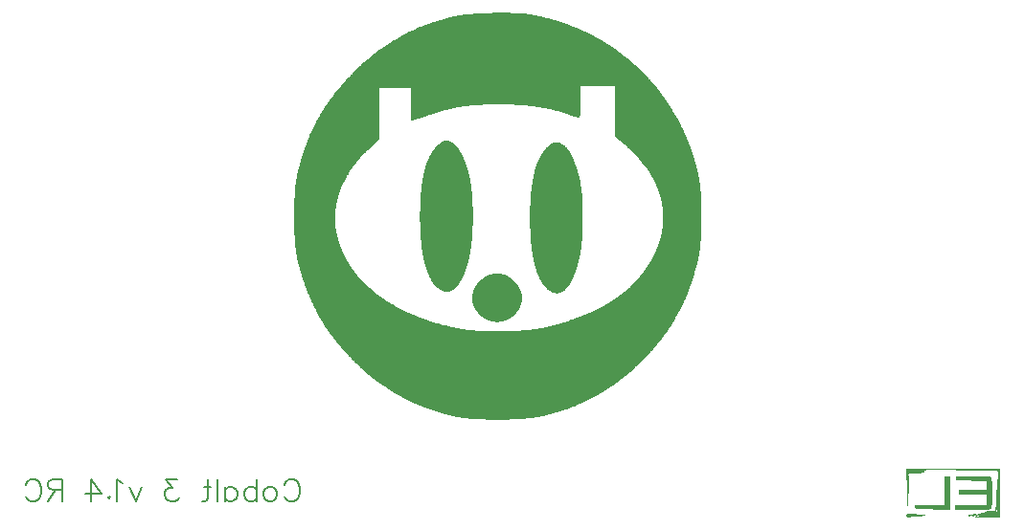
<source format=gbo>
G04 Layer: BottomSilkLayer*
G04 EasyEDA v6.3.53, 2020-06-23T11:31:42+02:00*
G04 9deb55b867614345ac0c6ea2e1a2c697,50b924b206514efda7368a069ed08794,10*
G04 Gerber Generator version 0.2*
G04 Scale: 100 percent, Rotated: No, Reflected: No *
G04 Dimensions in millimeters *
G04 leading zeros omitted , absolute positions ,3 integer and 3 decimal *
%FSLAX33Y33*%
%MOMM*%
G90*
G71D02*

%ADD28C,0.203200*%

%LPD*%

%LPD*%
G36*
G01X57309Y45984D02*
G01X56938Y45984D01*
G01X56713Y45983D01*
G01X56333Y45978D01*
G01X55877Y45966D01*
G01X55802Y45964D01*
G01X55576Y45956D01*
G01X55427Y45950D01*
G01X55279Y45944D01*
G01X55206Y45940D01*
G01X55133Y45937D01*
G01X55061Y45933D01*
G01X54988Y45929D01*
G01X54846Y45921D01*
G01X54776Y45917D01*
G01X54705Y45913D01*
G01X54636Y45908D01*
G01X54568Y45903D01*
G01X54500Y45899D01*
G01X54366Y45889D01*
G01X54300Y45884D01*
G01X54235Y45878D01*
G01X54171Y45873D01*
G01X54108Y45867D01*
G01X54045Y45862D01*
G01X53923Y45850D01*
G01X53863Y45844D01*
G01X53804Y45838D01*
G01X53746Y45832D01*
G01X53690Y45826D01*
G01X53634Y45819D01*
G01X53580Y45812D01*
G01X53526Y45806D01*
G01X53474Y45799D01*
G01X53423Y45792D01*
G01X53373Y45785D01*
G01X53325Y45777D01*
G01X53277Y45770D01*
G01X53231Y45763D01*
G01X53143Y45747D01*
G01X53101Y45740D01*
G01X53021Y45724D01*
G01X52984Y45716D01*
G01X52919Y45701D01*
G01X52855Y45687D01*
G01X52663Y45642D01*
G01X52536Y45612D01*
G01X52473Y45596D01*
G01X52347Y45565D01*
G01X52221Y45532D01*
G01X52158Y45516D01*
G01X52034Y45482D01*
G01X51971Y45465D01*
G01X51847Y45431D01*
G01X51786Y45414D01*
G01X51724Y45396D01*
G01X51663Y45379D01*
G01X51602Y45360D01*
G01X51541Y45343D01*
G01X51479Y45324D01*
G01X51419Y45305D01*
G01X51358Y45287D01*
G01X51297Y45268D01*
G01X51237Y45249D01*
G01X51176Y45230D01*
G01X51116Y45211D01*
G01X51056Y45191D01*
G01X50996Y45172D01*
G01X50937Y45152D01*
G01X50877Y45132D01*
G01X50758Y45091D01*
G01X50699Y45071D01*
G01X50639Y45050D01*
G01X50580Y45029D01*
G01X50522Y45008D01*
G01X50405Y44965D01*
G01X50346Y44944D01*
G01X50288Y44922D01*
G01X50229Y44900D01*
G01X50056Y44833D01*
G01X49940Y44787D01*
G01X49769Y44718D01*
G01X49541Y44622D01*
G01X49428Y44573D01*
G01X49316Y44524D01*
G01X49260Y44499D01*
G01X49148Y44448D01*
G01X49092Y44422D01*
G01X49037Y44397D01*
G01X48981Y44370D01*
G01X48926Y44344D01*
G01X48815Y44292D01*
G01X48651Y44211D01*
G01X48596Y44183D01*
G01X48541Y44156D01*
G01X48378Y44072D01*
G01X48324Y44044D01*
G01X48271Y44016D01*
G01X48216Y43987D01*
G01X48163Y43958D01*
G01X48109Y43929D01*
G01X48056Y43900D01*
G01X48002Y43870D01*
G01X47949Y43841D01*
G01X47895Y43811D01*
G01X47789Y43751D01*
G01X47683Y43690D01*
G01X47631Y43660D01*
G01X47578Y43629D01*
G01X47526Y43597D01*
G01X47473Y43566D01*
G01X47421Y43535D01*
G01X47213Y43407D01*
G01X47109Y43341D01*
G01X47057Y43309D01*
G01X47006Y43275D01*
G01X46954Y43242D01*
G01X46903Y43208D01*
G01X46852Y43175D01*
G01X46699Y43073D01*
G01X46597Y43003D01*
G01X46546Y42969D01*
G01X46496Y42934D01*
G01X46445Y42898D01*
G01X46395Y42863D01*
G01X46345Y42827D01*
G01X46294Y42791D01*
G01X46245Y42755D01*
G01X46194Y42719D01*
G01X46045Y42609D01*
G01X45995Y42572D01*
G01X45945Y42534D01*
G01X45896Y42497D01*
G01X45846Y42459D01*
G01X45797Y42422D01*
G01X45748Y42383D01*
G01X45699Y42345D01*
G01X45650Y42306D01*
G01X45601Y42268D01*
G01X45503Y42190D01*
G01X45454Y42150D01*
G01X45405Y42111D01*
G01X45357Y42071D01*
G01X45308Y42031D01*
G01X45211Y41951D01*
G01X45163Y41910D01*
G01X45114Y41869D01*
G01X45067Y41828D01*
G01X45018Y41787D01*
G01X44970Y41745D01*
G01X44875Y41662D01*
G01X44779Y41578D01*
G01X44684Y41492D01*
G01X44636Y41450D01*
G01X44589Y41407D01*
G01X44541Y41363D01*
G01X44447Y41276D01*
G01X44352Y41188D01*
G01X44306Y41143D01*
G01X44258Y41099D01*
G01X44212Y41054D01*
G01X44071Y40918D01*
G01X43978Y40827D01*
G01X43931Y40781D01*
G01X43836Y40686D01*
G01X43788Y40637D01*
G01X43693Y40539D01*
G01X43645Y40491D01*
G01X43598Y40442D01*
G01X43458Y40296D01*
G01X43412Y40247D01*
G01X43366Y40199D01*
G01X43321Y40150D01*
G01X43275Y40101D01*
G01X43230Y40052D01*
G01X43186Y40003D01*
G01X43141Y39954D01*
G01X43097Y39905D01*
G01X43052Y39856D01*
G01X43009Y39807D01*
G01X42965Y39758D01*
G01X42836Y39611D01*
G01X42794Y39562D01*
G01X42751Y39513D01*
G01X42626Y39365D01*
G01X42585Y39315D01*
G01X42503Y39217D01*
G01X42423Y39117D01*
G01X42382Y39068D01*
G01X42263Y38918D01*
G01X42224Y38869D01*
G01X42186Y38818D01*
G01X42147Y38769D01*
G01X42109Y38718D01*
G01X42070Y38668D01*
G01X41958Y38518D01*
G01X41884Y38416D01*
G01X41847Y38366D01*
G01X41810Y38315D01*
G01X41774Y38265D01*
G01X41702Y38163D01*
G01X41667Y38112D01*
G01X41631Y38061D01*
G01X41561Y37958D01*
G01X41457Y37804D01*
G01X41423Y37753D01*
G01X41390Y37701D01*
G01X41356Y37649D01*
G01X41323Y37598D01*
G01X41289Y37545D01*
G01X41256Y37493D01*
G01X41159Y37336D01*
G01X41127Y37284D01*
G01X41063Y37178D01*
G01X41031Y37126D01*
G01X40938Y36967D01*
G01X40907Y36913D01*
G01X40846Y36807D01*
G01X40786Y36699D01*
G01X40727Y36591D01*
G01X40698Y36537D01*
G01X40611Y36374D01*
G01X40554Y36264D01*
G01X40470Y36099D01*
G01X40415Y35988D01*
G01X40388Y35932D01*
G01X40361Y35877D01*
G01X40334Y35821D01*
G01X40308Y35765D01*
G01X40228Y35596D01*
G01X40203Y35539D01*
G01X40151Y35425D01*
G01X40101Y35311D01*
G01X40001Y35079D01*
G01X39977Y35022D01*
G01X39953Y34963D01*
G01X39929Y34905D01*
G01X39881Y34787D01*
G01X39858Y34728D01*
G01X39834Y34669D01*
G01X39811Y34610D01*
G01X39765Y34490D01*
G01X39743Y34430D01*
G01X39720Y34370D01*
G01X39675Y34249D01*
G01X39653Y34188D01*
G01X39632Y34128D01*
G01X39610Y34066D01*
G01X39588Y34006D01*
G01X39545Y33883D01*
G01X39503Y33759D01*
G01X39460Y33629D01*
G01X39438Y33563D01*
G01X39417Y33497D01*
G01X39395Y33431D01*
G01X39375Y33367D01*
G01X39354Y33303D01*
G01X39334Y33240D01*
G01X39314Y33178D01*
G01X39257Y32995D01*
G01X39239Y32935D01*
G01X39221Y32876D01*
G01X39204Y32817D01*
G01X39169Y32700D01*
G01X39105Y32472D01*
G01X39091Y32416D01*
G01X39075Y32361D01*
G01X39047Y32250D01*
G01X39033Y32196D01*
G01X39019Y32141D01*
G01X38980Y31979D01*
G01X38956Y31871D01*
G01X38933Y31765D01*
G01X38921Y31711D01*
G01X38889Y31551D01*
G01X38879Y31498D01*
G01X38860Y31391D01*
G01X38851Y31338D01*
G01X38824Y31176D01*
G01X38808Y31068D01*
G01X38800Y31013D01*
G01X38793Y30959D01*
G01X38772Y30793D01*
G01X38765Y30737D01*
G01X38759Y30681D01*
G01X38747Y30567D01*
G01X38741Y30509D01*
G01X38735Y30452D01*
G01X38720Y30275D01*
G01X38716Y30215D01*
G01X38711Y30155D01*
G01X38707Y30094D01*
G01X38699Y29970D01*
G01X38695Y29907D01*
G01X38692Y29843D01*
G01X38688Y29779D01*
G01X38682Y29649D01*
G01X38680Y29582D01*
G01X38677Y29515D01*
G01X38674Y29447D01*
G01X38672Y29378D01*
G01X38669Y29309D01*
G01X38667Y29238D01*
G01X38666Y29167D01*
G01X38664Y29095D01*
G01X38662Y29022D01*
G01X38661Y28947D01*
G01X38659Y28872D01*
G01X38658Y28796D01*
G01X38657Y28719D01*
G01X38656Y28641D01*
G01X38655Y28561D01*
G01X38655Y28481D01*
G01X38654Y28400D01*
G01X38654Y28317D01*
G01X38653Y28233D01*
G01X38653Y27717D01*
G01X38654Y27633D01*
G01X38654Y27550D01*
G01X38655Y27469D01*
G01X38655Y27389D01*
G01X38657Y27231D01*
G01X38658Y27154D01*
G01X38659Y27078D01*
G01X38661Y27003D01*
G01X38662Y26929D01*
G01X38664Y26855D01*
G01X38666Y26783D01*
G01X38667Y26712D01*
G01X38669Y26642D01*
G01X38672Y26572D01*
G01X38674Y26503D01*
G01X38677Y26435D01*
G01X38680Y26368D01*
G01X38682Y26302D01*
G01X38685Y26236D01*
G01X38688Y26171D01*
G01X38692Y26107D01*
G01X38695Y26043D01*
G01X38699Y25980D01*
G01X38703Y25918D01*
G01X38711Y25795D01*
G01X38716Y25735D01*
G01X38720Y25675D01*
G01X38730Y25557D01*
G01X38735Y25499D01*
G01X38747Y25383D01*
G01X38759Y25269D01*
G01X38765Y25213D01*
G01X38772Y25157D01*
G01X38786Y25046D01*
G01X38793Y24992D01*
G01X38800Y24937D01*
G01X38808Y24882D01*
G01X38824Y24774D01*
G01X38842Y24666D01*
G01X38860Y24559D01*
G01X38870Y24505D01*
G01X38879Y24452D01*
G01X38889Y24399D01*
G01X38900Y24346D01*
G01X38921Y24239D01*
G01X38933Y24186D01*
G01X38944Y24132D01*
G01X38956Y24079D01*
G01X38968Y24025D01*
G01X38980Y23972D01*
G01X38993Y23918D01*
G01X39006Y23863D01*
G01X39019Y23809D01*
G01X39033Y23755D01*
G01X39061Y23645D01*
G01X39075Y23589D01*
G01X39091Y23534D01*
G01X39105Y23478D01*
G01X39137Y23364D01*
G01X39153Y23308D01*
G01X39169Y23250D01*
G01X39187Y23192D01*
G01X39204Y23134D01*
G01X39221Y23075D01*
G01X39239Y23015D01*
G01X39257Y22956D01*
G01X39295Y22834D01*
G01X39314Y22772D01*
G01X39334Y22710D01*
G01X39354Y22647D01*
G01X39375Y22583D01*
G01X39395Y22519D01*
G01X39417Y22454D01*
G01X39438Y22388D01*
G01X39460Y22322D01*
G01X39482Y22254D01*
G01X39545Y22068D01*
G01X39567Y22006D01*
G01X39588Y21945D01*
G01X39610Y21884D01*
G01X39653Y21762D01*
G01X39675Y21701D01*
G01X39698Y21640D01*
G01X39720Y21580D01*
G01X39743Y21520D01*
G01X39765Y21460D01*
G01X39788Y21401D01*
G01X39811Y21341D01*
G01X39834Y21282D01*
G01X39858Y21222D01*
G01X39881Y21163D01*
G01X39905Y21104D01*
G01X39953Y20988D01*
G01X39977Y20929D01*
G01X40001Y20871D01*
G01X40076Y20697D01*
G01X40126Y20583D01*
G01X40151Y20525D01*
G01X40203Y20411D01*
G01X40228Y20355D01*
G01X40308Y20185D01*
G01X40334Y20129D01*
G01X40388Y20018D01*
G01X40415Y19962D01*
G01X40443Y19906D01*
G01X40470Y19851D01*
G01X40554Y19686D01*
G01X40583Y19631D01*
G01X40611Y19577D01*
G01X40640Y19522D01*
G01X40698Y19413D01*
G01X40727Y19359D01*
G01X40757Y19305D01*
G01X40786Y19251D01*
G01X40816Y19197D01*
G01X40846Y19144D01*
G01X40877Y19090D01*
G01X40907Y19037D01*
G01X40938Y18983D01*
G01X40969Y18931D01*
G01X41000Y18877D01*
G01X41031Y18824D01*
G01X41063Y18772D01*
G01X41095Y18719D01*
G01X41159Y18614D01*
G01X41191Y18561D01*
G01X41224Y18509D01*
G01X41256Y18457D01*
G01X41289Y18405D01*
G01X41323Y18353D01*
G01X41356Y18301D01*
G01X41390Y18249D01*
G01X41423Y18198D01*
G01X41457Y18146D01*
G01X41492Y18094D01*
G01X41561Y17992D01*
G01X41631Y17890D01*
G01X41667Y17838D01*
G01X41738Y17737D01*
G01X41774Y17686D01*
G01X41884Y17534D01*
G01X41958Y17433D01*
G01X42070Y17282D01*
G01X42109Y17232D01*
G01X42147Y17182D01*
G01X42186Y17132D01*
G01X42224Y17082D01*
G01X42263Y17032D01*
G01X42382Y16883D01*
G01X42463Y16783D01*
G01X42503Y16734D01*
G01X42544Y16684D01*
G01X42626Y16586D01*
G01X42751Y16438D01*
G01X42794Y16389D01*
G01X42836Y16339D01*
G01X42965Y16192D01*
G01X43009Y16143D01*
G01X43052Y16094D01*
G01X43097Y16045D01*
G01X43141Y15996D01*
G01X43275Y15850D01*
G01X43321Y15801D01*
G01X43366Y15752D01*
G01X43458Y15654D01*
G01X43505Y15605D01*
G01X43551Y15557D01*
G01X43598Y15508D01*
G01X43693Y15411D01*
G01X43788Y15313D01*
G01X43836Y15264D01*
G01X43885Y15216D01*
G01X43934Y15167D01*
G01X43983Y15119D01*
G01X44031Y15071D01*
G01X44128Y14976D01*
G01X44275Y14835D01*
G01X44372Y14743D01*
G01X44421Y14697D01*
G01X44470Y14652D01*
G01X44519Y14606D01*
G01X44567Y14561D01*
G01X44617Y14516D01*
G01X44714Y14428D01*
G01X44861Y14296D01*
G01X44959Y14210D01*
G01X45009Y14167D01*
G01X45057Y14125D01*
G01X45107Y14082D01*
G01X45255Y13957D01*
G01X45304Y13916D01*
G01X45354Y13875D01*
G01X45403Y13834D01*
G01X45503Y13754D01*
G01X45552Y13713D01*
G01X45701Y13595D01*
G01X45751Y13555D01*
G01X45851Y13478D01*
G01X45901Y13440D01*
G01X45952Y13402D01*
G01X46001Y13364D01*
G01X46052Y13326D01*
G01X46102Y13289D01*
G01X46203Y13215D01*
G01X46254Y13178D01*
G01X46304Y13141D01*
G01X46457Y13033D01*
G01X46559Y12962D01*
G01X46661Y12892D01*
G01X46815Y12788D01*
G01X46867Y12754D01*
G01X47074Y12620D01*
G01X47127Y12588D01*
G01X47178Y12555D01*
G01X47283Y12490D01*
G01X47336Y12458D01*
G01X47388Y12426D01*
G01X47547Y12331D01*
G01X47706Y12238D01*
G01X47760Y12208D01*
G01X47813Y12178D01*
G01X47867Y12147D01*
G01X47921Y12118D01*
G01X47974Y12088D01*
G01X48029Y12058D01*
G01X48191Y11971D01*
G01X48246Y11943D01*
G01X48301Y11914D01*
G01X48355Y11886D01*
G01X48410Y11857D01*
G01X48466Y11829D01*
G01X48521Y11801D01*
G01X48576Y11774D01*
G01X48632Y11746D01*
G01X48687Y11720D01*
G01X48743Y11692D01*
G01X48799Y11666D01*
G01X48911Y11612D01*
G01X48968Y11586D01*
G01X49024Y11560D01*
G01X49138Y11508D01*
G01X49195Y11483D01*
G01X49252Y11457D01*
G01X49309Y11432D01*
G01X49425Y11382D01*
G01X49482Y11357D01*
G01X49541Y11333D01*
G01X49599Y11309D01*
G01X49657Y11284D01*
G01X49715Y11260D01*
G01X49774Y11236D01*
G01X49833Y11213D01*
G01X49892Y11189D01*
G01X49951Y11166D01*
G01X50010Y11142D01*
G01X50070Y11120D01*
G01X50190Y11074D01*
G01X50250Y11052D01*
G01X50371Y11007D01*
G01X50431Y10985D01*
G01X50492Y10963D01*
G01X50554Y10941D01*
G01X50615Y10919D01*
G01X50737Y10877D01*
G01X50799Y10855D01*
G01X50861Y10835D01*
G01X50991Y10791D01*
G01X51057Y10770D01*
G01X51124Y10748D01*
G01X51189Y10726D01*
G01X51253Y10706D01*
G01X51317Y10685D01*
G01X51380Y10665D01*
G01X51442Y10646D01*
G01X51504Y10626D01*
G01X51564Y10607D01*
G01X51625Y10589D01*
G01X51685Y10570D01*
G01X51744Y10553D01*
G01X51803Y10535D01*
G01X51862Y10518D01*
G01X51920Y10501D01*
G01X51977Y10485D01*
G01X52091Y10452D01*
G01X52148Y10437D01*
G01X52204Y10422D01*
G01X52259Y10407D01*
G01X52315Y10392D01*
G01X52425Y10364D01*
G01X52479Y10350D01*
G01X52588Y10324D01*
G01X52641Y10312D01*
G01X52695Y10299D01*
G01X52749Y10287D01*
G01X52802Y10275D01*
G01X52962Y10242D01*
G01X53016Y10231D01*
G01X53123Y10211D01*
G01X53229Y10191D01*
G01X53283Y10182D01*
G01X53336Y10173D01*
G01X53444Y10156D01*
G01X53498Y10148D01*
G01X53607Y10132D01*
G01X53661Y10124D01*
G01X53716Y10117D01*
G01X53772Y10110D01*
G01X53883Y10096D01*
G01X53939Y10090D01*
G01X54053Y10078D01*
G01X54111Y10073D01*
G01X54168Y10067D01*
G01X54227Y10061D01*
G01X54286Y10056D01*
G01X54345Y10052D01*
G01X54405Y10047D01*
G01X54466Y10043D01*
G01X54527Y10038D01*
G01X54588Y10034D01*
G01X54714Y10026D01*
G01X54777Y10023D01*
G01X54841Y10020D01*
G01X54906Y10017D01*
G01X55038Y10011D01*
G01X55105Y10008D01*
G01X55173Y10006D01*
G01X55242Y10003D01*
G01X55382Y9999D01*
G01X55526Y9995D01*
G01X55599Y9994D01*
G01X55673Y9992D01*
G01X55748Y9991D01*
G01X55902Y9989D01*
G01X55980Y9988D01*
G01X56059Y9987D01*
G01X56140Y9986D01*
G01X56221Y9986D01*
G01X56304Y9985D01*
G01X56387Y9985D01*
G01X56472Y9984D01*
G01X56819Y9984D01*
G01X56904Y9985D01*
G01X56987Y9985D01*
G01X57070Y9986D01*
G01X57151Y9986D01*
G01X57232Y9987D01*
G01X57311Y9988D01*
G01X57389Y9989D01*
G01X57543Y9991D01*
G01X57618Y9992D01*
G01X57692Y9994D01*
G01X57765Y9995D01*
G01X57909Y9999D01*
G01X58049Y10003D01*
G01X58118Y10006D01*
G01X58186Y10008D01*
G01X58253Y10011D01*
G01X58385Y10017D01*
G01X58450Y10020D01*
G01X58514Y10023D01*
G01X58577Y10026D01*
G01X58703Y10034D01*
G01X58764Y10038D01*
G01X58825Y10043D01*
G01X58886Y10047D01*
G01X58946Y10052D01*
G01X59005Y10056D01*
G01X59064Y10061D01*
G01X59238Y10078D01*
G01X59295Y10084D01*
G01X59407Y10096D01*
G01X59575Y10117D01*
G01X59629Y10124D01*
G01X59684Y10132D01*
G01X59793Y10148D01*
G01X59847Y10156D01*
G01X59955Y10173D01*
G01X60008Y10182D01*
G01X60062Y10191D01*
G01X60168Y10211D01*
G01X60275Y10231D01*
G01X60328Y10242D01*
G01X60489Y10275D01*
G01X60542Y10287D01*
G01X60596Y10299D01*
G01X60650Y10312D01*
G01X60703Y10324D01*
G01X60812Y10350D01*
G01X60866Y10364D01*
G01X60976Y10392D01*
G01X61032Y10407D01*
G01X61087Y10422D01*
G01X61143Y10437D01*
G01X61200Y10452D01*
G01X61256Y10468D01*
G01X61371Y10501D01*
G01X61487Y10535D01*
G01X61546Y10553D01*
G01X61606Y10570D01*
G01X61666Y10589D01*
G01X61727Y10607D01*
G01X61787Y10626D01*
G01X61849Y10646D01*
G01X61911Y10665D01*
G01X61974Y10685D01*
G01X62038Y10706D01*
G01X62102Y10726D01*
G01X62167Y10748D01*
G01X62233Y10770D01*
G01X62300Y10791D01*
G01X62430Y10835D01*
G01X62492Y10855D01*
G01X62553Y10877D01*
G01X62615Y10898D01*
G01X62676Y10919D01*
G01X62920Y11007D01*
G01X63041Y11052D01*
G01X63101Y11074D01*
G01X63221Y11120D01*
G01X63280Y11142D01*
G01X63340Y11166D01*
G01X63576Y11260D01*
G01X63634Y11284D01*
G01X63692Y11309D01*
G01X63808Y11357D01*
G01X63982Y11432D01*
G01X64039Y11457D01*
G01X64096Y11483D01*
G01X64153Y11508D01*
G01X64267Y11560D01*
G01X64323Y11586D01*
G01X64436Y11639D01*
G01X64492Y11666D01*
G01X64548Y11692D01*
G01X64604Y11720D01*
G01X64659Y11746D01*
G01X64770Y11801D01*
G01X64881Y11857D01*
G01X64936Y11886D01*
G01X64990Y11914D01*
G01X65045Y11943D01*
G01X65100Y11971D01*
G01X65208Y12029D01*
G01X65316Y12088D01*
G01X65370Y12118D01*
G01X65424Y12147D01*
G01X65478Y12178D01*
G01X65531Y12208D01*
G01X65585Y12238D01*
G01X65744Y12331D01*
G01X65903Y12426D01*
G01X66007Y12490D01*
G01X66060Y12522D01*
G01X66113Y12555D01*
G01X66164Y12588D01*
G01X66217Y12620D01*
G01X66424Y12754D01*
G01X66475Y12788D01*
G01X66527Y12823D01*
G01X66630Y12892D01*
G01X66732Y12962D01*
G01X66834Y13033D01*
G01X66936Y13105D01*
G01X66986Y13141D01*
G01X67088Y13215D01*
G01X67189Y13289D01*
G01X67239Y13326D01*
G01X67290Y13364D01*
G01X67339Y13402D01*
G01X67390Y13440D01*
G01X67440Y13478D01*
G01X67540Y13555D01*
G01X67590Y13595D01*
G01X67739Y13713D01*
G01X67788Y13754D01*
G01X67888Y13834D01*
G01X67937Y13875D01*
G01X67987Y13916D01*
G01X68036Y13957D01*
G01X68184Y14082D01*
G01X68233Y14125D01*
G01X68282Y14167D01*
G01X68332Y14210D01*
G01X68430Y14296D01*
G01X68577Y14428D01*
G01X68674Y14516D01*
G01X68724Y14561D01*
G01X68772Y14606D01*
G01X68821Y14652D01*
G01X68870Y14697D01*
G01X68919Y14743D01*
G01X69016Y14835D01*
G01X69163Y14976D01*
G01X69211Y15024D01*
G01X69260Y15071D01*
G01X69308Y15119D01*
G01X69357Y15167D01*
G01X69452Y15262D01*
G01X69543Y15354D01*
G01X69634Y15447D01*
G01X69723Y15539D01*
G01X69767Y15586D01*
G01X69811Y15632D01*
G01X69856Y15679D01*
G01X69943Y15772D01*
G01X70115Y15960D01*
G01X70157Y16007D01*
G01X70200Y16054D01*
G01X70284Y16148D01*
G01X70367Y16243D01*
G01X70408Y16290D01*
G01X70449Y16338D01*
G01X70490Y16385D01*
G01X70571Y16481D01*
G01X70652Y16576D01*
G01X70691Y16624D01*
G01X70731Y16672D01*
G01X70770Y16720D01*
G01X70810Y16768D01*
G01X70848Y16816D01*
G01X70887Y16865D01*
G01X70926Y16913D01*
G01X70964Y16961D01*
G01X71003Y17010D01*
G01X71040Y17058D01*
G01X71116Y17156D01*
G01X71153Y17204D01*
G01X71190Y17254D01*
G01X71227Y17302D01*
G01X71264Y17352D01*
G01X71301Y17401D01*
G01X71409Y17548D01*
G01X71445Y17598D01*
G01X71481Y17647D01*
G01X71621Y17847D01*
G01X71689Y17947D01*
G01X71724Y17997D01*
G01X71758Y18047D01*
G01X71825Y18148D01*
G01X71859Y18199D01*
G01X71892Y18249D01*
G01X71958Y18350D01*
G01X71990Y18401D01*
G01X72023Y18453D01*
G01X72055Y18503D01*
G01X72087Y18555D01*
G01X72151Y18657D01*
G01X72182Y18709D01*
G01X72213Y18760D01*
G01X72275Y18864D01*
G01X72306Y18915D01*
G01X72337Y18968D01*
G01X72367Y19020D01*
G01X72456Y19176D01*
G01X72515Y19281D01*
G01X72602Y19440D01*
G01X72631Y19492D01*
G01X72659Y19546D01*
G01X72688Y19599D01*
G01X72743Y19705D01*
G01X72799Y19813D01*
G01X72826Y19866D01*
G01X72907Y20028D01*
G01X72933Y20082D01*
G01X72960Y20137D01*
G01X72986Y20191D01*
G01X73012Y20246D01*
G01X73038Y20300D01*
G01X73064Y20355D01*
G01X73189Y20630D01*
G01X73238Y20741D01*
G01X73310Y20909D01*
G01X73333Y20965D01*
G01X73357Y21021D01*
G01X73403Y21133D01*
G01X73449Y21247D01*
G01X73516Y21417D01*
G01X73539Y21475D01*
G01X73560Y21532D01*
G01X73604Y21646D01*
G01X73688Y21878D01*
G01X73708Y21936D01*
G01X73729Y21994D01*
G01X73749Y22053D01*
G01X73769Y22111D01*
G01X73829Y22288D01*
G01X73848Y22347D01*
G01X73924Y22585D01*
G01X73942Y22645D01*
G01X73961Y22705D01*
G01X73979Y22764D01*
G01X73997Y22824D01*
G01X74051Y23006D01*
G01X74136Y23311D01*
G01X74152Y23373D01*
G01X74169Y23434D01*
G01X74185Y23496D01*
G01X74232Y23682D01*
G01X74248Y23744D01*
G01X74279Y23869D01*
G01X74294Y23932D01*
G01X74338Y24121D01*
G01X74352Y24185D01*
G01X74367Y24248D01*
G01X74409Y24440D01*
G01X74417Y24482D01*
G01X74426Y24524D01*
G01X74434Y24568D01*
G01X74442Y24613D01*
G01X74450Y24659D01*
G01X74458Y24706D01*
G01X74466Y24754D01*
G01X74473Y24803D01*
G01X74481Y24853D01*
G01X74495Y24957D01*
G01X74502Y25010D01*
G01X74509Y25064D01*
G01X74515Y25119D01*
G01X74522Y25175D01*
G01X74534Y25289D01*
G01X74546Y25407D01*
G01X74552Y25467D01*
G01X74558Y25528D01*
G01X74563Y25589D01*
G01X74578Y25778D01*
G01X74588Y25908D01*
G01X74596Y26040D01*
G01X74604Y26174D01*
G01X74611Y26310D01*
G01X74619Y26448D01*
G01X74625Y26588D01*
G01X74628Y26659D01*
G01X74633Y26801D01*
G01X74635Y26873D01*
G01X74638Y26945D01*
G01X74640Y27017D01*
G01X74641Y27090D01*
G01X74643Y27163D01*
G01X74646Y27309D01*
G01X74648Y27383D01*
G01X74650Y27530D01*
G01X74651Y27604D01*
G01X74653Y27827D01*
G01X74653Y28124D01*
G01X74652Y28272D01*
G01X74650Y28420D01*
G01X74648Y28567D01*
G01X74646Y28641D01*
G01X74643Y28787D01*
G01X74641Y28860D01*
G01X74640Y28933D01*
G01X74638Y29005D01*
G01X74635Y29077D01*
G01X74633Y29149D01*
G01X74628Y29291D01*
G01X74625Y29362D01*
G01X74619Y29502D01*
G01X74611Y29640D01*
G01X74604Y29776D01*
G01X74600Y29844D01*
G01X74596Y29911D01*
G01X74588Y30043D01*
G01X74583Y30108D01*
G01X74573Y30236D01*
G01X74568Y30299D01*
G01X74563Y30361D01*
G01X74558Y30422D01*
G01X74552Y30483D01*
G01X74546Y30543D01*
G01X74534Y30661D01*
G01X74528Y30719D01*
G01X74522Y30775D01*
G01X74515Y30831D01*
G01X74509Y30886D01*
G01X74495Y30994D01*
G01X74488Y31046D01*
G01X74481Y31097D01*
G01X74473Y31147D01*
G01X74466Y31196D01*
G01X74458Y31245D01*
G01X74450Y31292D01*
G01X74442Y31338D01*
G01X74426Y31426D01*
G01X74417Y31469D01*
G01X74409Y31510D01*
G01X74382Y31632D01*
G01X74369Y31693D01*
G01X74341Y31815D01*
G01X74298Y31996D01*
G01X74284Y32056D01*
G01X74269Y32116D01*
G01X74254Y32177D01*
G01X74224Y32297D01*
G01X74192Y32416D01*
G01X74161Y32535D01*
G01X74145Y32595D01*
G01X74128Y32655D01*
G01X74112Y32714D01*
G01X74061Y32891D01*
G01X74043Y32950D01*
G01X74026Y33009D01*
G01X73991Y33127D01*
G01X73973Y33185D01*
G01X73918Y33360D01*
G01X73880Y33476D01*
G01X73862Y33535D01*
G01X73842Y33593D01*
G01X73823Y33650D01*
G01X73803Y33708D01*
G01X73784Y33765D01*
G01X73744Y33881D01*
G01X73723Y33937D01*
G01X73683Y34052D01*
G01X73620Y34223D01*
G01X73599Y34279D01*
G01X73577Y34336D01*
G01X73556Y34393D01*
G01X73490Y34562D01*
G01X73446Y34674D01*
G01X73377Y34841D01*
G01X73354Y34897D01*
G01X73331Y34952D01*
G01X73284Y35063D01*
G01X73164Y35338D01*
G01X73139Y35392D01*
G01X73089Y35502D01*
G01X73014Y35664D01*
G01X72988Y35718D01*
G01X72937Y35826D01*
G01X72911Y35880D01*
G01X72884Y35933D01*
G01X72805Y36093D01*
G01X72778Y36147D01*
G01X72724Y36253D01*
G01X72696Y36306D01*
G01X72669Y36358D01*
G01X72641Y36411D01*
G01X72558Y36568D01*
G01X72501Y36673D01*
G01X72444Y36776D01*
G01X72415Y36828D01*
G01X72385Y36879D01*
G01X72356Y36931D01*
G01X72268Y37085D01*
G01X72178Y37237D01*
G01X72117Y37339D01*
G01X72087Y37389D01*
G01X71994Y37540D01*
G01X71963Y37590D01*
G01X71931Y37640D01*
G01X71900Y37690D01*
G01X71868Y37739D01*
G01X71836Y37789D01*
G01X71772Y37888D01*
G01X71708Y37986D01*
G01X71675Y38035D01*
G01X71576Y38181D01*
G01X71510Y38278D01*
G01X71443Y38374D01*
G01X71409Y38423D01*
G01X71307Y38566D01*
G01X71169Y38755D01*
G01X71064Y38896D01*
G01X70992Y38989D01*
G01X70957Y39035D01*
G01X70921Y39081D01*
G01X70885Y39128D01*
G01X70813Y39220D01*
G01X70777Y39265D01*
G01X70703Y39357D01*
G01X70518Y39582D01*
G01X70443Y39672D01*
G01X70405Y39716D01*
G01X70367Y39761D01*
G01X70329Y39805D01*
G01X70290Y39849D01*
G01X70214Y39937D01*
G01X70136Y40024D01*
G01X70097Y40067D01*
G01X70058Y40111D01*
G01X69980Y40197D01*
G01X69940Y40240D01*
G01X69821Y40368D01*
G01X69781Y40411D01*
G01X69701Y40495D01*
G01X69660Y40537D01*
G01X69620Y40579D01*
G01X69539Y40662D01*
G01X69497Y40704D01*
G01X69457Y40745D01*
G01X69415Y40786D01*
G01X69332Y40869D01*
G01X69207Y40991D01*
G01X69039Y41151D01*
G01X68996Y41191D01*
G01X68911Y41270D01*
G01X68867Y41310D01*
G01X68825Y41349D01*
G01X68782Y41388D01*
G01X68738Y41427D01*
G01X68695Y41466D01*
G01X68607Y41544D01*
G01X68564Y41582D01*
G01X68519Y41620D01*
G01X68476Y41659D01*
G01X68432Y41697D01*
G01X68387Y41734D01*
G01X68343Y41772D01*
G01X68253Y41848D01*
G01X68209Y41885D01*
G01X68163Y41922D01*
G01X68119Y41959D01*
G01X68073Y41996D01*
G01X68028Y42032D01*
G01X67891Y42142D01*
G01X67800Y42214D01*
G01X67753Y42250D01*
G01X67707Y42286D01*
G01X67615Y42357D01*
G01X67428Y42497D01*
G01X67239Y42635D01*
G01X67191Y42669D01*
G01X67144Y42703D01*
G01X67000Y42805D01*
G01X66904Y42871D01*
G01X66807Y42937D01*
G01X66709Y43003D01*
G01X66661Y43035D01*
G01X66612Y43067D01*
G01X66563Y43100D01*
G01X66513Y43132D01*
G01X66464Y43163D01*
G01X66366Y43227D01*
G01X66266Y43289D01*
G01X66216Y43321D01*
G01X66166Y43352D01*
G01X66066Y43413D01*
G01X66016Y43444D01*
G01X65914Y43504D01*
G01X65864Y43534D01*
G01X65813Y43564D01*
G01X65763Y43594D01*
G01X65711Y43623D01*
G01X65660Y43652D01*
G01X65609Y43682D01*
G01X65507Y43740D01*
G01X65455Y43769D01*
G01X65403Y43797D01*
G01X65300Y43854D01*
G01X65248Y43882D01*
G01X65091Y43966D01*
G01X65039Y43993D01*
G01X64986Y44020D01*
G01X64934Y44048D01*
G01X64828Y44102D01*
G01X64775Y44128D01*
G01X64722Y44155D01*
G01X64669Y44181D01*
G01X64616Y44208D01*
G01X64563Y44234D01*
G01X64509Y44259D01*
G01X64455Y44285D01*
G01X64402Y44311D01*
G01X64294Y44362D01*
G01X64186Y44411D01*
G01X64132Y44436D01*
G01X63969Y44509D01*
G01X63914Y44533D01*
G01X63860Y44557D01*
G01X63750Y44605D01*
G01X63694Y44628D01*
G01X63640Y44652D01*
G01X63584Y44675D01*
G01X63529Y44697D01*
G01X63474Y44720D01*
G01X63418Y44743D01*
G01X63363Y44765D01*
G01X63307Y44788D01*
G01X63083Y44875D01*
G01X63027Y44897D01*
G01X62971Y44917D01*
G01X62914Y44939D01*
G01X62801Y44980D01*
G01X62745Y45001D01*
G01X62631Y45041D01*
G01X62574Y45062D01*
G01X62460Y45101D01*
G01X62230Y45178D01*
G01X62173Y45197D01*
G01X62115Y45216D01*
G01X62057Y45234D01*
G01X61941Y45271D01*
G01X61883Y45289D01*
G01X61767Y45324D01*
G01X61709Y45342D01*
G01X61591Y45376D01*
G01X61533Y45393D01*
G01X61474Y45410D01*
G01X61416Y45426D01*
G01X61298Y45459D01*
G01X61238Y45475D01*
G01X61179Y45491D01*
G01X61120Y45506D01*
G01X61061Y45522D01*
G01X60942Y45552D01*
G01X60822Y45582D01*
G01X60763Y45597D01*
G01X60703Y45611D01*
G01X60643Y45626D01*
G01X60583Y45639D01*
G01X60463Y45667D01*
G01X60221Y45720D01*
G01X60160Y45733D01*
G01X60099Y45745D01*
G01X60039Y45758D01*
G01X59856Y45794D01*
G01X59795Y45805D01*
G01X59734Y45817D01*
G01X59672Y45828D01*
G01X59611Y45839D01*
G01X59550Y45851D01*
G01X59511Y45857D01*
G01X59471Y45863D01*
G01X59430Y45870D01*
G01X59387Y45875D01*
G01X59343Y45882D01*
G01X59298Y45887D01*
G01X59251Y45893D01*
G01X59203Y45898D01*
G01X59154Y45903D01*
G01X59104Y45908D01*
G01X59052Y45913D01*
G01X58999Y45918D01*
G01X58945Y45923D01*
G01X58890Y45927D01*
G01X58834Y45931D01*
G01X58777Y45935D01*
G01X58659Y45943D01*
G01X58599Y45946D01*
G01X58538Y45950D01*
G01X58476Y45953D01*
G01X58413Y45956D01*
G01X58349Y45959D01*
G01X58284Y45961D01*
G01X58219Y45964D01*
G01X58153Y45966D01*
G01X58086Y45969D01*
G01X57950Y45973D01*
G01X57881Y45975D01*
G01X57811Y45976D01*
G01X57741Y45978D01*
G01X57671Y45979D01*
G01X57383Y45983D01*
G01X57309Y45984D01*
G37*

%LPC*%
G36*
G01X66999Y39464D02*
G01X63969Y39464D01*
G01X63969Y38075D01*
G01X63968Y37981D01*
G01X63968Y37887D01*
G01X63966Y37796D01*
G01X63965Y37707D01*
G01X63963Y37620D01*
G01X63960Y37536D01*
G01X63958Y37454D01*
G01X63954Y37376D01*
G01X63951Y37300D01*
G01X63947Y37228D01*
G01X63942Y37159D01*
G01X63938Y37094D01*
G01X63933Y37034D01*
G01X63928Y36977D01*
G01X63923Y36924D01*
G01X63917Y36877D01*
G01X63911Y36834D01*
G01X63905Y36796D01*
G01X63899Y36763D01*
G01X63892Y36737D01*
G01X63886Y36715D01*
G01X63878Y36699D01*
G01X63872Y36690D01*
G01X63865Y36686D01*
G01X63849Y36688D01*
G01X63825Y36693D01*
G01X63792Y36701D01*
G01X63751Y36712D01*
G01X63702Y36725D01*
G01X63647Y36741D01*
G01X63585Y36759D01*
G01X63518Y36779D01*
G01X63445Y36802D01*
G01X63367Y36826D01*
G01X63285Y36852D01*
G01X63199Y36880D01*
G01X63110Y36909D01*
G01X63019Y36939D01*
G01X62925Y36971D01*
G01X62829Y37003D01*
G01X62771Y37023D01*
G01X62713Y37042D01*
G01X62655Y37062D01*
G01X62481Y37118D01*
G01X62423Y37136D01*
G01X62366Y37154D01*
G01X62308Y37172D01*
G01X62193Y37206D01*
G01X62022Y37257D01*
G01X61964Y37273D01*
G01X61850Y37304D01*
G01X61793Y37320D01*
G01X61565Y37380D01*
G01X61337Y37436D01*
G01X61279Y37449D01*
G01X61223Y37462D01*
G01X61165Y37475D01*
G01X61108Y37488D01*
G01X60992Y37512D01*
G01X60935Y37524D01*
G01X60819Y37548D01*
G01X60587Y37592D01*
G01X60470Y37612D01*
G01X60352Y37632D01*
G01X60233Y37651D01*
G01X60174Y37661D01*
G01X60114Y37670D01*
G01X60054Y37678D01*
G01X59993Y37687D01*
G01X59872Y37703D01*
G01X59689Y37727D01*
G01X59565Y37741D01*
G01X59502Y37748D01*
G01X59378Y37761D01*
G01X59314Y37768D01*
G01X59251Y37774D01*
G01X59187Y37779D01*
G01X59123Y37786D01*
G01X58993Y37796D01*
G01X58928Y37802D01*
G01X58863Y37806D01*
G01X58731Y37816D01*
G01X58664Y37821D01*
G01X58530Y37829D01*
G01X58462Y37833D01*
G01X58394Y37836D01*
G01X58325Y37840D01*
G01X58256Y37843D01*
G01X58186Y37847D01*
G01X58046Y37853D01*
G01X57904Y37858D01*
G01X57760Y37862D01*
G01X57613Y37866D01*
G01X57540Y37868D01*
G01X57390Y37870D01*
G01X57315Y37872D01*
G01X57239Y37873D01*
G01X57163Y37873D01*
G01X57085Y37874D01*
G01X57008Y37875D01*
G01X56530Y37875D01*
G01X56451Y37874D01*
G01X56373Y37874D01*
G01X56296Y37873D01*
G01X56220Y37873D01*
G01X56070Y37871D01*
G01X55996Y37869D01*
G01X55850Y37867D01*
G01X55778Y37865D01*
G01X55707Y37864D01*
G01X55567Y37860D01*
G01X55498Y37858D01*
G01X55362Y37853D01*
G01X55295Y37850D01*
G01X55228Y37848D01*
G01X55162Y37844D01*
G01X55032Y37838D01*
G01X54968Y37835D01*
G01X54840Y37827D01*
G01X54715Y37819D01*
G01X54653Y37815D01*
G01X54592Y37810D01*
G01X54531Y37806D01*
G01X54470Y37801D01*
G01X54350Y37791D01*
G01X54290Y37785D01*
G01X54173Y37774D01*
G01X54056Y37762D01*
G01X53998Y37755D01*
G01X53883Y37742D01*
G01X53826Y37735D01*
G01X53769Y37727D01*
G01X53712Y37720D01*
G01X53655Y37712D01*
G01X53600Y37704D01*
G01X53543Y37696D01*
G01X53487Y37688D01*
G01X53375Y37670D01*
G01X53320Y37662D01*
G01X53264Y37652D01*
G01X53209Y37643D01*
G01X53153Y37633D01*
G01X53098Y37623D01*
G01X53043Y37612D01*
G01X52987Y37602D01*
G01X52932Y37591D01*
G01X52821Y37569D01*
G01X52655Y37534D01*
G01X52599Y37521D01*
G01X52543Y37509D01*
G01X52488Y37496D01*
G01X52432Y37483D01*
G01X52375Y37470D01*
G01X52319Y37456D01*
G01X52262Y37442D01*
G01X52149Y37414D01*
G01X52091Y37399D01*
G01X52034Y37384D01*
G01X51918Y37353D01*
G01X51801Y37321D01*
G01X51742Y37304D01*
G01X51683Y37288D01*
G01X51623Y37270D01*
G01X51563Y37253D01*
G01X51503Y37235D01*
G01X51442Y37218D01*
G01X51381Y37199D01*
G01X51257Y37162D01*
G01X51195Y37142D01*
G01X51132Y37123D01*
G01X51068Y37103D01*
G01X51004Y37082D01*
G01X50940Y37062D01*
G01X50875Y37041D01*
G01X50743Y36999D01*
G01X50675Y36977D01*
G01X50608Y36954D01*
G01X50540Y36932D01*
G01X50438Y36898D01*
G01X50239Y36832D01*
G01X50142Y36800D01*
G01X50047Y36769D01*
G01X49955Y36739D01*
G01X49866Y36709D01*
G01X49779Y36681D01*
G01X49697Y36654D01*
G01X49617Y36628D01*
G01X49541Y36603D01*
G01X49468Y36580D01*
G01X49400Y36558D01*
G01X49337Y36538D01*
G01X49278Y36519D01*
G01X49224Y36502D01*
G01X49175Y36487D01*
G01X49131Y36473D01*
G01X49093Y36462D01*
G01X49061Y36452D01*
G01X49034Y36444D01*
G01X49014Y36438D01*
G01X49001Y36435D01*
G01X48993Y36434D01*
G01X48990Y36437D01*
G01X48987Y36447D01*
G01X48983Y36464D01*
G01X48980Y36486D01*
G01X48977Y36515D01*
G01X48974Y36549D01*
G01X48971Y36588D01*
G01X48968Y36633D01*
G01X48966Y36683D01*
G01X48963Y36738D01*
G01X48960Y36797D01*
G01X48958Y36860D01*
G01X48956Y36928D01*
G01X48954Y37000D01*
G01X48952Y37075D01*
G01X48950Y37155D01*
G01X48949Y37237D01*
G01X48947Y37322D01*
G01X48946Y37410D01*
G01X48945Y37501D01*
G01X48944Y37594D01*
G01X48944Y37787D01*
G01X48943Y37886D01*
G01X48943Y39337D01*
G01X46165Y39337D01*
G01X46162Y37034D01*
G01X46158Y34729D01*
G01X45460Y34132D01*
G01X45408Y34087D01*
G01X45305Y33996D01*
G01X45255Y33951D01*
G01X45155Y33860D01*
G01X45105Y33813D01*
G01X45007Y33721D01*
G01X44959Y33674D01*
G01X44863Y33579D01*
G01X44816Y33532D01*
G01X44769Y33484D01*
G01X44677Y33388D01*
G01X44587Y33291D01*
G01X44542Y33243D01*
G01X44497Y33193D01*
G01X44453Y33144D01*
G01X44410Y33095D01*
G01X44367Y33045D01*
G01X44324Y32996D01*
G01X44240Y32896D01*
G01X44198Y32845D01*
G01X44157Y32795D01*
G01X44116Y32744D01*
G01X44036Y32642D01*
G01X43997Y32591D01*
G01X43958Y32539D01*
G01X43919Y32488D01*
G01X43881Y32436D01*
G01X43806Y32333D01*
G01X43769Y32280D01*
G01X43733Y32228D01*
G01X43696Y32176D01*
G01X43660Y32123D01*
G01X43590Y32017D01*
G01X43522Y31911D01*
G01X43489Y31858D01*
G01X43456Y31804D01*
G01X43423Y31751D01*
G01X43359Y31643D01*
G01X43327Y31588D01*
G01X43296Y31535D01*
G01X43266Y31480D01*
G01X43206Y31372D01*
G01X43177Y31317D01*
G01X43120Y31207D01*
G01X43092Y31152D01*
G01X43038Y31042D01*
G01X42985Y30931D01*
G01X42934Y30820D01*
G01X42909Y30764D01*
G01X42885Y30709D01*
G01X42861Y30653D01*
G01X42792Y30485D01*
G01X42770Y30429D01*
G01X42749Y30373D01*
G01X42727Y30316D01*
G01X42706Y30260D01*
G01X42667Y30147D01*
G01X42648Y30090D01*
G01X42629Y30034D01*
G01X42610Y29977D01*
G01X42592Y29921D01*
G01X42558Y29807D01*
G01X42525Y29693D01*
G01X42509Y29636D01*
G01X42494Y29579D01*
G01X42438Y29351D01*
G01X42426Y29293D01*
G01X42413Y29236D01*
G01X42402Y29179D01*
G01X42390Y29122D01*
G01X42369Y29007D01*
G01X42359Y28950D01*
G01X42349Y28892D01*
G01X42332Y28778D01*
G01X42324Y28720D01*
G01X42316Y28663D01*
G01X42303Y28548D01*
G01X42291Y28434D01*
G01X42286Y28376D01*
G01X42278Y28262D01*
G01X42274Y28204D01*
G01X42268Y28090D01*
G01X42266Y28032D01*
G01X42265Y27976D01*
G01X42263Y27918D01*
G01X42262Y27861D01*
G01X42262Y27804D01*
G01X42265Y27633D01*
G01X42267Y27576D01*
G01X42270Y27519D01*
G01X42272Y27462D01*
G01X42279Y27349D01*
G01X42289Y27235D01*
G01X42294Y27179D01*
G01X42300Y27122D01*
G01X42313Y27009D01*
G01X42337Y26841D01*
G01X42346Y26785D01*
G01X42356Y26728D01*
G01X42376Y26617D01*
G01X42387Y26561D01*
G01X42420Y26408D01*
G01X42456Y26255D01*
G01X42468Y26205D01*
G01X42481Y26154D01*
G01X42494Y26104D01*
G01X42536Y25954D01*
G01X42550Y25903D01*
G01X42565Y25854D01*
G01X42580Y25804D01*
G01X42595Y25755D01*
G01X42611Y25705D01*
G01X42627Y25656D01*
G01X42643Y25606D01*
G01X42694Y25459D01*
G01X42712Y25410D01*
G01X42729Y25361D01*
G01X42748Y25312D01*
G01X42766Y25264D01*
G01X42785Y25215D01*
G01X42823Y25119D01*
G01X42843Y25070D01*
G01X42863Y25023D01*
G01X42884Y24974D01*
G01X42904Y24927D01*
G01X42925Y24879D01*
G01X42946Y24832D01*
G01X42968Y24784D01*
G01X42990Y24737D01*
G01X43035Y24642D01*
G01X43058Y24595D01*
G01X43080Y24548D01*
G01X43104Y24501D01*
G01X43128Y24455D01*
G01X43151Y24408D01*
G01X43176Y24362D01*
G01X43200Y24315D01*
G01X43225Y24269D01*
G01X43251Y24223D01*
G01X43301Y24132D01*
G01X43381Y23994D01*
G01X43462Y23859D01*
G01X43518Y23769D01*
G01X43576Y23679D01*
G01X43634Y23591D01*
G01X43663Y23546D01*
G01X43753Y23414D01*
G01X43815Y23327D01*
G01X43847Y23284D01*
G01X43878Y23240D01*
G01X43942Y23154D01*
G01X43975Y23111D01*
G01X44007Y23068D01*
G01X44074Y22982D01*
G01X44107Y22940D01*
G01X44141Y22898D01*
G01X44175Y22855D01*
G01X44210Y22814D01*
G01X44244Y22772D01*
G01X44314Y22688D01*
G01X44350Y22647D01*
G01X44386Y22605D01*
G01X44458Y22523D01*
G01X44569Y22400D01*
G01X44606Y22360D01*
G01X44644Y22319D01*
G01X44720Y22239D01*
G01X44759Y22199D01*
G01X44797Y22159D01*
G01X44955Y22001D01*
G01X44996Y21962D01*
G01X45077Y21884D01*
G01X45117Y21845D01*
G01X45159Y21806D01*
G01X45200Y21768D01*
G01X45242Y21730D01*
G01X45326Y21653D01*
G01X45369Y21616D01*
G01X45455Y21540D01*
G01X45498Y21503D01*
G01X45542Y21466D01*
G01X45585Y21428D01*
G01X45630Y21391D01*
G01X45674Y21355D01*
G01X45763Y21282D01*
G01X45808Y21245D01*
G01X45854Y21209D01*
G01X45945Y21137D01*
G01X46037Y21066D01*
G01X46084Y21030D01*
G01X46178Y20960D01*
G01X46274Y20890D01*
G01X46321Y20855D01*
G01X46370Y20820D01*
G01X46418Y20786D01*
G01X46467Y20752D01*
G01X46515Y20718D01*
G01X46565Y20684D01*
G01X46614Y20650D01*
G01X46714Y20583D01*
G01X46864Y20484D01*
G01X46916Y20451D01*
G01X46967Y20419D01*
G01X47018Y20386D01*
G01X47070Y20354D01*
G01X47173Y20290D01*
G01X47226Y20258D01*
G01X47278Y20226D01*
G01X47384Y20164D01*
G01X47491Y20102D01*
G01X47599Y20040D01*
G01X47707Y19979D01*
G01X47872Y19889D01*
G01X47983Y19830D01*
G01X48039Y19801D01*
G01X48208Y19714D01*
G01X48322Y19657D01*
G01X48379Y19629D01*
G01X48494Y19573D01*
G01X48552Y19545D01*
G01X48669Y19490D01*
G01X48727Y19463D01*
G01X48845Y19409D01*
G01X48905Y19382D01*
G01X48964Y19356D01*
G01X49024Y19329D01*
G01X49144Y19278D01*
G01X49265Y19226D01*
G01X49326Y19200D01*
G01X49448Y19150D01*
G01X49510Y19125D01*
G01X49571Y19101D01*
G01X49695Y19052D01*
G01X49758Y19028D01*
G01X49820Y19004D01*
G01X49883Y18980D01*
G01X50009Y18933D01*
G01X50072Y18910D01*
G01X50264Y18841D01*
G01X50328Y18819D01*
G01X50458Y18775D01*
G01X50522Y18753D01*
G01X50588Y18731D01*
G01X50653Y18709D01*
G01X50718Y18688D01*
G01X50982Y18604D01*
G01X51049Y18584D01*
G01X51115Y18564D01*
G01X51182Y18544D01*
G01X51250Y18524D01*
G01X51452Y18466D01*
G01X51588Y18428D01*
G01X51794Y18373D01*
G01X51932Y18337D01*
G01X52001Y18320D01*
G01X52071Y18302D01*
G01X52281Y18251D01*
G01X52351Y18235D01*
G01X52421Y18218D01*
G01X52493Y18202D01*
G01X52563Y18186D01*
G01X52634Y18170D01*
G01X52705Y18155D01*
G01X52777Y18139D01*
G01X52921Y18109D01*
G01X52978Y18097D01*
G01X53035Y18086D01*
G01X53091Y18075D01*
G01X53146Y18063D01*
G01X53201Y18053D01*
G01X53255Y18043D01*
G01X53361Y18023D01*
G01X53465Y18005D01*
G01X53568Y17987D01*
G01X53670Y17971D01*
G01X53720Y17963D01*
G01X53771Y17956D01*
G01X53821Y17948D01*
G01X53872Y17942D01*
G01X53922Y17934D01*
G01X54126Y17910D01*
G01X54178Y17904D01*
G01X54230Y17899D01*
G01X54336Y17889D01*
G01X54389Y17885D01*
G01X54443Y17880D01*
G01X54498Y17876D01*
G01X54554Y17871D01*
G01X54610Y17868D01*
G01X54667Y17864D01*
G01X54725Y17860D01*
G01X54784Y17857D01*
G01X54844Y17854D01*
G01X54966Y17848D01*
G01X55030Y17846D01*
G01X55094Y17843D01*
G01X55159Y17841D01*
G01X55226Y17839D01*
G01X55294Y17837D01*
G01X55363Y17835D01*
G01X55434Y17833D01*
G01X55507Y17831D01*
G01X55581Y17830D01*
G01X55656Y17829D01*
G01X55734Y17828D01*
G01X55813Y17827D01*
G01X55893Y17826D01*
G01X55976Y17825D01*
G01X56060Y17824D01*
G01X56147Y17824D01*
G01X56235Y17823D01*
G01X56325Y17823D01*
G01X56418Y17822D01*
G01X56955Y17822D01*
G01X57036Y17823D01*
G01X57115Y17823D01*
G01X57194Y17824D01*
G01X57272Y17825D01*
G01X57349Y17826D01*
G01X57500Y17828D01*
G01X57575Y17829D01*
G01X57649Y17830D01*
G01X57722Y17832D01*
G01X57794Y17834D01*
G01X57866Y17835D01*
G01X57937Y17837D01*
G01X58007Y17839D01*
G01X58077Y17842D01*
G01X58145Y17844D01*
G01X58281Y17850D01*
G01X58348Y17852D01*
G01X58414Y17855D01*
G01X58480Y17859D01*
G01X58610Y17865D01*
G01X58738Y17873D01*
G01X58801Y17877D01*
G01X58863Y17881D01*
G01X58987Y17890D01*
G01X59170Y17905D01*
G01X59290Y17916D01*
G01X59349Y17922D01*
G01X59466Y17934D01*
G01X59524Y17940D01*
G01X59640Y17953D01*
G01X59755Y17967D01*
G01X59869Y17983D01*
G01X59925Y17990D01*
G01X59982Y17998D01*
G01X60037Y18007D01*
G01X60094Y18015D01*
G01X60150Y18024D01*
G01X60205Y18032D01*
G01X60261Y18042D01*
G01X60427Y18071D01*
G01X60482Y18081D01*
G01X60649Y18113D01*
G01X60759Y18135D01*
G01X60815Y18147D01*
G01X60870Y18159D01*
G01X60926Y18171D01*
G01X60981Y18183D01*
G01X61149Y18222D01*
G01X61205Y18236D01*
G01X61262Y18249D01*
G01X61318Y18264D01*
G01X61375Y18278D01*
G01X61432Y18293D01*
G01X61489Y18307D01*
G01X61547Y18323D01*
G01X61662Y18354D01*
G01X61721Y18370D01*
G01X61779Y18387D01*
G01X61839Y18403D01*
G01X61898Y18420D01*
G01X62018Y18455D01*
G01X62078Y18473D01*
G01X62139Y18491D01*
G01X62262Y18528D01*
G01X62324Y18547D01*
G01X62387Y18567D01*
G01X62514Y18607D01*
G01X62578Y18627D01*
G01X62643Y18648D01*
G01X62774Y18690D01*
G01X62841Y18712D01*
G01X62908Y18735D01*
G01X62976Y18757D01*
G01X63114Y18803D01*
G01X63182Y18827D01*
G01X63251Y18850D01*
G01X63319Y18874D01*
G01X63387Y18899D01*
G01X63455Y18922D01*
G01X63589Y18971D01*
G01X63656Y18996D01*
G01X63854Y19071D01*
G01X63920Y19097D01*
G01X63985Y19122D01*
G01X64115Y19174D01*
G01X64179Y19200D01*
G01X64244Y19226D01*
G01X64308Y19252D01*
G01X64434Y19306D01*
G01X64498Y19332D01*
G01X64560Y19359D01*
G01X64685Y19414D01*
G01X64809Y19470D01*
G01X64869Y19498D01*
G01X64931Y19525D01*
G01X64991Y19554D01*
G01X65052Y19582D01*
G01X65112Y19611D01*
G01X65172Y19639D01*
G01X65291Y19697D01*
G01X65409Y19756D01*
G01X65467Y19786D01*
G01X65526Y19816D01*
G01X65584Y19846D01*
G01X65641Y19875D01*
G01X65699Y19906D01*
G01X65756Y19936D01*
G01X65813Y19967D01*
G01X65869Y19997D01*
G01X65926Y20028D01*
G01X65982Y20060D01*
G01X66037Y20091D01*
G01X66148Y20154D01*
G01X66202Y20186D01*
G01X66311Y20250D01*
G01X66419Y20315D01*
G01X66526Y20380D01*
G01X66578Y20413D01*
G01X66631Y20446D01*
G01X66683Y20480D01*
G01X66787Y20547D01*
G01X66839Y20581D01*
G01X66940Y20649D01*
G01X66991Y20683D01*
G01X67091Y20752D01*
G01X67191Y20822D01*
G01X67240Y20857D01*
G01X67337Y20929D01*
G01X67386Y20964D01*
G01X67433Y21000D01*
G01X67482Y21036D01*
G01X67529Y21072D01*
G01X67576Y21109D01*
G01X67670Y21182D01*
G01X67808Y21293D01*
G01X67853Y21331D01*
G01X67944Y21406D01*
G01X67989Y21444D01*
G01X68077Y21520D01*
G01X68164Y21598D01*
G01X68208Y21636D01*
G01X68251Y21675D01*
G01X68336Y21754D01*
G01X68378Y21793D01*
G01X68462Y21873D01*
G01X68585Y21993D01*
G01X68705Y22115D01*
G01X68785Y22198D01*
G01X68824Y22239D01*
G01X68901Y22322D01*
G01X68977Y22406D01*
G01X69052Y22491D01*
G01X69089Y22533D01*
G01X69126Y22576D01*
G01X69199Y22662D01*
G01X69235Y22706D01*
G01X69271Y22749D01*
G01X69306Y22792D01*
G01X69341Y22837D01*
G01X69376Y22880D01*
G01X69446Y22969D01*
G01X69480Y23013D01*
G01X69547Y23103D01*
G01X69646Y23238D01*
G01X69678Y23284D01*
G01X69710Y23329D01*
G01X69742Y23376D01*
G01X69774Y23421D01*
G01X69805Y23468D01*
G01X69836Y23514D01*
G01X69867Y23561D01*
G01X69897Y23607D01*
G01X69987Y23749D01*
G01X70016Y23796D01*
G01X70046Y23844D01*
G01X70074Y23892D01*
G01X70103Y23939D01*
G01X70159Y24036D01*
G01X70187Y24085D01*
G01X70214Y24133D01*
G01X70268Y24231D01*
G01X70321Y24330D01*
G01X70347Y24379D01*
G01X70373Y24429D01*
G01X70398Y24478D01*
G01X70423Y24529D01*
G01X70473Y24629D01*
G01X70529Y24747D01*
G01X70583Y24865D01*
G01X70609Y24923D01*
G01X70660Y25041D01*
G01X70685Y25100D01*
G01X70733Y25218D01*
G01X70756Y25276D01*
G01X70801Y25394D01*
G01X70822Y25452D01*
G01X70844Y25511D01*
G01X70884Y25629D01*
G01X70904Y25687D01*
G01X70923Y25746D01*
G01X70941Y25804D01*
G01X70977Y25922D01*
G01X70994Y25981D01*
G01X71026Y26097D01*
G01X71042Y26156D01*
G01X71071Y26273D01*
G01X71085Y26332D01*
G01X71111Y26449D01*
G01X71123Y26507D01*
G01X71135Y26566D01*
G01X71158Y26683D01*
G01X71168Y26742D01*
G01X71177Y26801D01*
G01X71186Y26859D01*
G01X71204Y26976D01*
G01X71211Y27034D01*
G01X71218Y27093D01*
G01X71225Y27151D01*
G01X71231Y27209D01*
G01X71237Y27268D01*
G01X71247Y27385D01*
G01X71251Y27444D01*
G01X71255Y27502D01*
G01X71258Y27561D01*
G01X71262Y27677D01*
G01X71264Y27736D01*
G01X71265Y27794D01*
G01X71265Y27969D01*
G01X71262Y28086D01*
G01X71260Y28145D01*
G01X71257Y28203D01*
G01X71254Y28262D01*
G01X71246Y28378D01*
G01X71236Y28495D01*
G01X71231Y28553D01*
G01X71225Y28612D01*
G01X71218Y28670D01*
G01X71203Y28787D01*
G01X71195Y28845D01*
G01X71185Y28904D01*
G01X71167Y29020D01*
G01X71145Y29137D01*
G01X71134Y29195D01*
G01X71110Y29312D01*
G01X71097Y29371D01*
G01X71083Y29428D01*
G01X71055Y29545D01*
G01X71040Y29604D01*
G01X71009Y29721D01*
G01X70975Y29837D01*
G01X70957Y29895D01*
G01X70921Y30012D01*
G01X70901Y30071D01*
G01X70862Y30187D01*
G01X70841Y30246D01*
G01X70820Y30304D01*
G01X70798Y30362D01*
G01X70776Y30421D01*
G01X70730Y30537D01*
G01X70706Y30596D01*
G01X70682Y30654D01*
G01X70632Y30771D01*
G01X70606Y30830D01*
G01X70580Y30888D01*
G01X70553Y30946D01*
G01X70526Y31005D01*
G01X70498Y31063D01*
G01X70469Y31121D01*
G01X70441Y31180D01*
G01X70381Y31296D01*
G01X70351Y31355D01*
G01X70320Y31413D01*
G01X70256Y31531D01*
G01X70224Y31589D01*
G01X70191Y31647D01*
G01X70157Y31706D01*
G01X70123Y31764D01*
G01X70053Y31881D01*
G01X70028Y31923D01*
G01X70001Y31965D01*
G01X69972Y32009D01*
G01X69942Y32054D01*
G01X69911Y32100D01*
G01X69879Y32146D01*
G01X69846Y32193D01*
G01X69811Y32241D01*
G01X69775Y32290D01*
G01X69738Y32339D01*
G01X69700Y32390D01*
G01X69661Y32440D01*
G01X69621Y32492D01*
G01X69580Y32543D01*
G01X69539Y32595D01*
G01X69496Y32648D01*
G01X69408Y32754D01*
G01X69318Y32862D01*
G01X69271Y32916D01*
G01X69225Y32970D01*
G01X69129Y33079D01*
G01X69081Y33133D01*
G01X69032Y33188D01*
G01X68834Y33404D01*
G01X68733Y33511D01*
G01X68683Y33564D01*
G01X68581Y33668D01*
G01X68531Y33720D01*
G01X68430Y33821D01*
G01X68380Y33870D01*
G01X68329Y33920D01*
G01X68280Y33968D01*
G01X68230Y34016D01*
G01X68132Y34108D01*
G01X68083Y34153D01*
G01X68035Y34198D01*
G01X67987Y34241D01*
G01X67940Y34282D01*
G01X67894Y34324D01*
G01X67847Y34364D01*
G01X67757Y34440D01*
G01X67713Y34476D01*
G01X67670Y34511D01*
G01X67628Y34545D01*
G01X67586Y34577D01*
G01X67546Y34607D01*
G01X67506Y34636D01*
G01X67467Y34664D01*
G01X67429Y34690D01*
G01X67001Y34982D01*
G01X66999Y39464D01*
G37*

%LPD*%
G36*
G01X52126Y34668D02*
G01X52076Y34668D01*
G01X52026Y34664D01*
G01X51976Y34657D01*
G01X51927Y34647D01*
G01X51877Y34634D01*
G01X51827Y34617D01*
G01X51777Y34597D01*
G01X51727Y34574D01*
G01X51677Y34549D01*
G01X51626Y34519D01*
G01X51575Y34487D01*
G01X51524Y34451D01*
G01X51473Y34412D01*
G01X51420Y34369D01*
G01X51368Y34324D01*
G01X51315Y34275D01*
G01X51262Y34223D01*
G01X51208Y34168D01*
G01X51180Y34139D01*
G01X51152Y34108D01*
G01X51098Y34046D01*
G01X51071Y34014D01*
G01X51045Y33981D01*
G01X51018Y33948D01*
G01X50992Y33915D01*
G01X50967Y33881D01*
G01X50941Y33845D01*
G01X50916Y33810D01*
G01X50866Y33738D01*
G01X50818Y33664D01*
G01X50794Y33626D01*
G01X50748Y33548D01*
G01X50725Y33508D01*
G01X50680Y33427D01*
G01X50658Y33385D01*
G01X50636Y33344D01*
G01X50615Y33301D01*
G01X50593Y33258D01*
G01X50572Y33214D01*
G01X50552Y33170D01*
G01X50511Y33079D01*
G01X50491Y33034D01*
G01X50472Y32987D01*
G01X50452Y32940D01*
G01X50414Y32844D01*
G01X50378Y32746D01*
G01X50359Y32695D01*
G01X50342Y32645D01*
G01X50324Y32594D01*
G01X50308Y32542D01*
G01X50290Y32490D01*
G01X50274Y32437D01*
G01X50226Y32275D01*
G01X50210Y32219D01*
G01X50195Y32164D01*
G01X50165Y32050D01*
G01X50137Y31934D01*
G01X50123Y31875D01*
G01X50110Y31816D01*
G01X50096Y31756D01*
G01X50083Y31696D01*
G01X50070Y31634D01*
G01X50046Y31510D01*
G01X50033Y31447D01*
G01X50022Y31384D01*
G01X49999Y31255D01*
G01X49977Y31123D01*
G01X49967Y31057D01*
G01X49957Y30990D01*
G01X49948Y30921D01*
G01X49938Y30853D01*
G01X49928Y30784D01*
G01X49920Y30714D01*
G01X49910Y30644D01*
G01X49894Y30502D01*
G01X49886Y30430D01*
G01X49878Y30357D01*
G01X49864Y30210D01*
G01X49850Y30060D01*
G01X49843Y29984D01*
G01X49837Y29907D01*
G01X49832Y29830D01*
G01X49826Y29753D01*
G01X49821Y29674D01*
G01X49815Y29596D01*
G01X49811Y29516D01*
G01X49806Y29436D01*
G01X49802Y29355D01*
G01X49794Y29191D01*
G01X49791Y29108D01*
G01X49787Y29025D01*
G01X49784Y28941D01*
G01X49781Y28856D01*
G01X49779Y28771D01*
G01X49775Y28599D01*
G01X49773Y28511D01*
G01X49772Y28424D01*
G01X49770Y28246D01*
G01X49769Y28156D01*
G01X49769Y27793D01*
G01X49770Y27703D01*
G01X49772Y27525D01*
G01X49773Y27437D01*
G01X49775Y27349D01*
G01X49777Y27262D01*
G01X49779Y27176D01*
G01X49782Y27090D01*
G01X49788Y26920D01*
G01X49791Y26837D01*
G01X49795Y26753D01*
G01X49799Y26671D01*
G01X49803Y26588D01*
G01X49807Y26507D01*
G01X49812Y26426D01*
G01X49822Y26266D01*
G01X49828Y26187D01*
G01X49834Y26109D01*
G01X49839Y26031D01*
G01X49846Y25954D01*
G01X49859Y25801D01*
G01X49866Y25726D01*
G01X49874Y25651D01*
G01X49881Y25577D01*
G01X49889Y25504D01*
G01X49897Y25430D01*
G01X49906Y25358D01*
G01X49914Y25287D01*
G01X49924Y25216D01*
G01X49933Y25145D01*
G01X49942Y25075D01*
G01X49952Y25006D01*
G01X49972Y24870D01*
G01X49983Y24802D01*
G01X49994Y24736D01*
G01X50005Y24669D01*
G01X50017Y24603D01*
G01X50040Y24474D01*
G01X50052Y24411D01*
G01X50065Y24347D01*
G01X50091Y24223D01*
G01X50104Y24162D01*
G01X50118Y24101D01*
G01X50131Y24041D01*
G01X50145Y23982D01*
G01X50160Y23923D01*
G01X50189Y23807D01*
G01X50205Y23750D01*
G01X50220Y23694D01*
G01X50236Y23638D01*
G01X50251Y23582D01*
G01X50268Y23528D01*
G01X50284Y23474D01*
G01X50318Y23368D01*
G01X50336Y23316D01*
G01X50353Y23264D01*
G01X50371Y23214D01*
G01X50389Y23163D01*
G01X50407Y23113D01*
G01X50426Y23064D01*
G01X50483Y22920D01*
G01X50503Y22874D01*
G01X50524Y22828D01*
G01X50543Y22782D01*
G01X50564Y22738D01*
G01X50585Y22693D01*
G01X50627Y22607D01*
G01X50649Y22564D01*
G01X50693Y22482D01*
G01X50716Y22441D01*
G01X50738Y22401D01*
G01X50784Y22323D01*
G01X50832Y22247D01*
G01X50856Y22210D01*
G01X50905Y22138D01*
G01X50929Y22103D01*
G01X50955Y22069D01*
G01X51006Y22001D01*
G01X51084Y21905D01*
G01X51111Y21874D01*
G01X51138Y21845D01*
G01X51165Y21815D01*
G01X51221Y21757D01*
G01X51257Y21722D01*
G01X51292Y21688D01*
G01X51328Y21656D01*
G01X51364Y21625D01*
G01X51400Y21595D01*
G01X51435Y21567D01*
G01X51472Y21540D01*
G01X51507Y21514D01*
G01X51543Y21490D01*
G01X51578Y21468D01*
G01X51614Y21446D01*
G01X51649Y21426D01*
G01X51685Y21408D01*
G01X51720Y21391D01*
G01X51755Y21375D01*
G01X51791Y21361D01*
G01X51826Y21348D01*
G01X51861Y21336D01*
G01X51896Y21326D01*
G01X51931Y21317D01*
G01X52001Y21303D01*
G01X52036Y21299D01*
G01X52070Y21295D01*
G01X52105Y21293D01*
G01X52140Y21293D01*
G01X52174Y21294D01*
G01X52208Y21296D01*
G01X52243Y21299D01*
G01X52277Y21304D01*
G01X52311Y21310D01*
G01X52344Y21317D01*
G01X52378Y21326D01*
G01X52412Y21336D01*
G01X52445Y21347D01*
G01X52479Y21360D01*
G01X52512Y21374D01*
G01X52545Y21389D01*
G01X52578Y21406D01*
G01X52611Y21424D01*
G01X52644Y21444D01*
G01X52676Y21464D01*
G01X52709Y21486D01*
G01X52742Y21509D01*
G01X52774Y21534D01*
G01X52838Y21586D01*
G01X52870Y21615D01*
G01X52901Y21645D01*
G01X52933Y21676D01*
G01X52964Y21708D01*
G01X52994Y21741D01*
G01X53025Y21776D01*
G01X53056Y21813D01*
G01X53086Y21850D01*
G01X53117Y21888D01*
G01X53147Y21928D01*
G01X53177Y21969D01*
G01X53207Y22012D01*
G01X53236Y22055D01*
G01X53266Y22101D01*
G01X53295Y22147D01*
G01X53324Y22194D01*
G01X53353Y22243D01*
G01X53381Y22293D01*
G01X53410Y22344D01*
G01X53437Y22396D01*
G01X53493Y22504D01*
G01X53520Y22561D01*
G01X53548Y22618D01*
G01X53575Y22677D01*
G01X53601Y22736D01*
G01X53627Y22797D01*
G01X53654Y22859D01*
G01X53680Y22922D01*
G01X53706Y22987D01*
G01X53731Y23053D01*
G01X53756Y23120D01*
G01X53781Y23188D01*
G01X53806Y23258D01*
G01X53830Y23328D01*
G01X53855Y23400D01*
G01X53878Y23473D01*
G01X53902Y23547D01*
G01X53925Y23623D01*
G01X53949Y23699D01*
G01X53971Y23776D01*
G01X53994Y23855D01*
G01X54016Y23935D01*
G01X54038Y24017D01*
G01X54059Y24099D01*
G01X54081Y24182D01*
G01X54101Y24267D01*
G01X54122Y24353D01*
G01X54143Y24440D01*
G01X54163Y24534D01*
G01X54174Y24582D01*
G01X54184Y24631D01*
G01X54193Y24681D01*
G01X54203Y24732D01*
G01X54213Y24784D01*
G01X54222Y24836D01*
G01X54231Y24889D01*
G01X54240Y24943D01*
G01X54248Y24998D01*
G01X54257Y25053D01*
G01X54273Y25166D01*
G01X54289Y25282D01*
G01X54296Y25341D01*
G01X54304Y25400D01*
G01X54318Y25520D01*
G01X54331Y25643D01*
G01X54338Y25706D01*
G01X54350Y25832D01*
G01X54355Y25896D01*
G01X54362Y25960D01*
G01X54372Y26090D01*
G01X54382Y26222D01*
G01X54387Y26289D01*
G01X54391Y26356D01*
G01X54400Y26491D01*
G01X54404Y26559D01*
G01X54407Y26627D01*
G01X54411Y26695D01*
G01X54414Y26764D01*
G01X54417Y26834D01*
G01X54423Y26973D01*
G01X54426Y27042D01*
G01X54429Y27112D01*
G01X54431Y27183D01*
G01X54433Y27253D01*
G01X54435Y27324D01*
G01X54436Y27395D01*
G01X54438Y27466D01*
G01X54443Y27821D01*
G01X54443Y28107D01*
G01X54441Y28320D01*
G01X54438Y28533D01*
G01X54435Y28674D01*
G01X54431Y28814D01*
G01X54428Y28884D01*
G01X54426Y28954D01*
G01X54423Y29024D01*
G01X54417Y29162D01*
G01X54414Y29230D01*
G01X54411Y29299D01*
G01X54403Y29435D01*
G01X54395Y29569D01*
G01X54386Y29702D01*
G01X54381Y29768D01*
G01X54366Y29963D01*
G01X54355Y30091D01*
G01X54349Y30154D01*
G01X54337Y30278D01*
G01X54330Y30340D01*
G01X54317Y30461D01*
G01X54303Y30579D01*
G01X54287Y30695D01*
G01X54280Y30752D01*
G01X54272Y30809D01*
G01X54263Y30865D01*
G01X54255Y30919D01*
G01X54238Y31027D01*
G01X54211Y31183D01*
G01X54201Y31233D01*
G01X54192Y31282D01*
G01X54182Y31331D01*
G01X54172Y31379D01*
G01X54161Y31425D01*
G01X54151Y31471D01*
G01X54132Y31552D01*
G01X54113Y31632D01*
G01X54073Y31790D01*
G01X54053Y31867D01*
G01X54032Y31944D01*
G01X54012Y32019D01*
G01X53991Y32094D01*
G01X53969Y32168D01*
G01X53947Y32241D01*
G01X53925Y32313D01*
G01X53903Y32384D01*
G01X53880Y32454D01*
G01X53858Y32523D01*
G01X53835Y32591D01*
G01X53811Y32659D01*
G01X53788Y32725D01*
G01X53764Y32790D01*
G01X53740Y32854D01*
G01X53716Y32917D01*
G01X53691Y32980D01*
G01X53667Y33041D01*
G01X53642Y33101D01*
G01X53617Y33160D01*
G01X53591Y33218D01*
G01X53565Y33275D01*
G01X53540Y33331D01*
G01X53514Y33386D01*
G01X53488Y33439D01*
G01X53461Y33491D01*
G01X53435Y33543D01*
G01X53408Y33594D01*
G01X53381Y33642D01*
G01X53354Y33691D01*
G01X53327Y33737D01*
G01X53299Y33783D01*
G01X53272Y33827D01*
G01X53216Y33913D01*
G01X53160Y33993D01*
G01X53132Y34031D01*
G01X53103Y34069D01*
G01X53074Y34104D01*
G01X53046Y34139D01*
G01X53017Y34172D01*
G01X52988Y34204D01*
G01X52959Y34235D01*
G01X52901Y34293D01*
G01X52871Y34319D01*
G01X52842Y34345D01*
G01X52788Y34389D01*
G01X52735Y34429D01*
G01X52683Y34466D01*
G01X52631Y34500D01*
G01X52579Y34531D01*
G01X52528Y34559D01*
G01X52477Y34584D01*
G01X52426Y34605D01*
G01X52375Y34624D01*
G01X52325Y34640D01*
G01X52275Y34651D01*
G01X52225Y34660D01*
G01X52176Y34666D01*
G01X52126Y34668D01*
G37*

%LPD*%
G36*
G01X61848Y34542D02*
G01X61798Y34542D01*
G01X61748Y34538D01*
G01X61699Y34531D01*
G01X61649Y34521D01*
G01X61600Y34507D01*
G01X61550Y34491D01*
G01X61499Y34471D01*
G01X61449Y34448D01*
G01X61399Y34422D01*
G01X61348Y34393D01*
G01X61297Y34360D01*
G01X61246Y34325D01*
G01X61195Y34285D01*
G01X61143Y34243D01*
G01X61090Y34198D01*
G01X61038Y34149D01*
G01X60984Y34097D01*
G01X60930Y34042D01*
G01X60903Y34012D01*
G01X60875Y33982D01*
G01X60848Y33951D01*
G01X60820Y33920D01*
G01X60793Y33888D01*
G01X60767Y33855D01*
G01X60740Y33822D01*
G01X60715Y33788D01*
G01X60689Y33754D01*
G01X60664Y33720D01*
G01X60638Y33684D01*
G01X60613Y33648D01*
G01X60589Y33612D01*
G01X60565Y33575D01*
G01X60540Y33537D01*
G01X60517Y33499D01*
G01X60493Y33460D01*
G01X60447Y33382D01*
G01X60424Y33342D01*
G01X60402Y33300D01*
G01X60380Y33259D01*
G01X60358Y33217D01*
G01X60337Y33174D01*
G01X60315Y33131D01*
G01X60294Y33088D01*
G01X60274Y33043D01*
G01X60253Y32999D01*
G01X60213Y32907D01*
G01X60194Y32860D01*
G01X60155Y32766D01*
G01X60136Y32718D01*
G01X60100Y32619D01*
G01X60064Y32519D01*
G01X60047Y32467D01*
G01X60030Y32416D01*
G01X60013Y32364D01*
G01X59980Y32257D01*
G01X59964Y32203D01*
G01X59932Y32093D01*
G01X59902Y31981D01*
G01X59888Y31924D01*
G01X59859Y31808D01*
G01X59845Y31749D01*
G01X59832Y31690D01*
G01X59818Y31630D01*
G01X59805Y31569D01*
G01X59780Y31446D01*
G01X59768Y31384D01*
G01X59755Y31321D01*
G01X59733Y31193D01*
G01X59721Y31128D01*
G01X59710Y31063D01*
G01X59700Y30997D01*
G01X59689Y30930D01*
G01X59679Y30863D01*
G01X59669Y30795D01*
G01X59660Y30727D01*
G01X59650Y30658D01*
G01X59641Y30588D01*
G01X59624Y30447D01*
G01X59600Y30231D01*
G01X59593Y30157D01*
G01X59585Y30083D01*
G01X59579Y30009D01*
G01X59572Y29933D01*
G01X59565Y29858D01*
G01X59559Y29781D01*
G01X59554Y29704D01*
G01X59548Y29627D01*
G01X59543Y29548D01*
G01X59532Y29390D01*
G01X59528Y29310D01*
G01X59524Y29229D01*
G01X59516Y29065D01*
G01X59513Y28982D01*
G01X59509Y28899D01*
G01X59507Y28815D01*
G01X59503Y28730D01*
G01X59501Y28645D01*
G01X59497Y28473D01*
G01X59495Y28386D01*
G01X59494Y28298D01*
G01X59492Y28120D01*
G01X59491Y28030D01*
G01X59491Y27758D01*
G01X59492Y27577D01*
G01X59493Y27487D01*
G01X59494Y27398D01*
G01X59495Y27311D01*
G01X59497Y27223D01*
G01X59501Y27049D01*
G01X59510Y26794D01*
G01X59513Y26710D01*
G01X59521Y26544D01*
G01X59525Y26462D01*
G01X59534Y26300D01*
G01X59539Y26219D01*
G01X59544Y26140D01*
G01X59550Y26061D01*
G01X59555Y25983D01*
G01X59561Y25905D01*
G01X59575Y25751D01*
G01X59581Y25675D01*
G01X59588Y25600D01*
G01X59596Y25525D01*
G01X59604Y25451D01*
G01X59611Y25377D01*
G01X59619Y25304D01*
G01X59628Y25232D01*
G01X59655Y25019D01*
G01X59674Y24880D01*
G01X59684Y24811D01*
G01X59695Y24743D01*
G01X59705Y24676D01*
G01X59716Y24609D01*
G01X59728Y24543D01*
G01X59739Y24477D01*
G01X59750Y24412D01*
G01X59774Y24284D01*
G01X59787Y24221D01*
G01X59813Y24097D01*
G01X59826Y24036D01*
G01X59854Y23915D01*
G01X59868Y23855D01*
G01X59882Y23797D01*
G01X59897Y23738D01*
G01X59911Y23681D01*
G01X59927Y23624D01*
G01X59942Y23567D01*
G01X59958Y23511D01*
G01X59990Y23402D01*
G01X60006Y23348D01*
G01X60023Y23294D01*
G01X60040Y23242D01*
G01X60075Y23138D01*
G01X60093Y23087D01*
G01X60129Y22987D01*
G01X60167Y22889D01*
G01X60186Y22842D01*
G01X60206Y22794D01*
G01X60225Y22748D01*
G01X60246Y22702D01*
G01X60266Y22656D01*
G01X60286Y22612D01*
G01X60307Y22567D01*
G01X60328Y22524D01*
G01X60350Y22481D01*
G01X60371Y22438D01*
G01X60393Y22397D01*
G01X60415Y22355D01*
G01X60461Y22275D01*
G01X60483Y22236D01*
G01X60507Y22197D01*
G01X60530Y22158D01*
G01X60578Y22084D01*
G01X60602Y22048D01*
G01X60627Y22012D01*
G01X60652Y21977D01*
G01X60702Y21909D01*
G01X60728Y21875D01*
G01X60754Y21843D01*
G01X60780Y21810D01*
G01X60807Y21779D01*
G01X60833Y21748D01*
G01X60860Y21718D01*
G01X60887Y21689D01*
G01X60943Y21631D01*
G01X60979Y21596D01*
G01X61014Y21562D01*
G01X61086Y21498D01*
G01X61158Y21440D01*
G01X61194Y21413D01*
G01X61229Y21388D01*
G01X61265Y21364D01*
G01X61300Y21341D01*
G01X61336Y21320D01*
G01X61371Y21300D01*
G01X61407Y21282D01*
G01X61442Y21264D01*
G01X61478Y21249D01*
G01X61513Y21234D01*
G01X61583Y21210D01*
G01X61618Y21200D01*
G01X61653Y21191D01*
G01X61688Y21184D01*
G01X61723Y21178D01*
G01X61758Y21173D01*
G01X61793Y21169D01*
G01X61827Y21167D01*
G01X61896Y21167D01*
G01X61930Y21169D01*
G01X61965Y21173D01*
G01X61999Y21178D01*
G01X62033Y21184D01*
G01X62067Y21191D01*
G01X62100Y21200D01*
G01X62134Y21210D01*
G01X62167Y21221D01*
G01X62201Y21234D01*
G01X62235Y21248D01*
G01X62268Y21263D01*
G01X62301Y21280D01*
G01X62334Y21298D01*
G01X62366Y21317D01*
G01X62399Y21338D01*
G01X62432Y21360D01*
G01X62464Y21383D01*
G01X62496Y21408D01*
G01X62560Y21460D01*
G01X62592Y21489D01*
G01X62623Y21518D01*
G01X62655Y21549D01*
G01X62717Y21615D01*
G01X62748Y21650D01*
G01X62779Y21686D01*
G01X62839Y21762D01*
G01X62870Y21802D01*
G01X62899Y21843D01*
G01X62929Y21886D01*
G01X62958Y21929D01*
G01X62988Y21974D01*
G01X63017Y22020D01*
G01X63075Y22116D01*
G01X63103Y22167D01*
G01X63132Y22217D01*
G01X63160Y22270D01*
G01X63188Y22324D01*
G01X63215Y22378D01*
G01X63242Y22434D01*
G01X63270Y22492D01*
G01X63297Y22550D01*
G01X63324Y22610D01*
G01X63350Y22671D01*
G01X63376Y22733D01*
G01X63402Y22796D01*
G01X63428Y22861D01*
G01X63453Y22927D01*
G01X63479Y22994D01*
G01X63503Y23062D01*
G01X63528Y23131D01*
G01X63553Y23202D01*
G01X63577Y23274D01*
G01X63601Y23347D01*
G01X63624Y23421D01*
G01X63648Y23496D01*
G01X63671Y23573D01*
G01X63693Y23650D01*
G01X63716Y23729D01*
G01X63738Y23809D01*
G01X63760Y23891D01*
G01X63781Y23973D01*
G01X63803Y24056D01*
G01X63824Y24141D01*
G01X63844Y24227D01*
G01X63865Y24314D01*
G01X63875Y24361D01*
G01X63886Y24408D01*
G01X63896Y24456D01*
G01X63906Y24505D01*
G01X63916Y24555D01*
G01X63926Y24606D01*
G01X63935Y24657D01*
G01X63953Y24763D01*
G01X63962Y24817D01*
G01X63971Y24872D01*
G01X63979Y24927D01*
G01X63988Y24983D01*
G01X63996Y25040D01*
G01X64003Y25097D01*
G01X64019Y25214D01*
G01X64040Y25394D01*
G01X64047Y25455D01*
G01X64054Y25517D01*
G01X64072Y25706D01*
G01X64078Y25770D01*
G01X64089Y25899D01*
G01X64099Y26030D01*
G01X64104Y26096D01*
G01X64114Y26230D01*
G01X64118Y26297D01*
G01X64130Y26501D01*
G01X64133Y26569D01*
G01X64137Y26639D01*
G01X64143Y26777D01*
G01X64146Y26847D01*
G01X64149Y26916D01*
G01X64151Y26986D01*
G01X64153Y27057D01*
G01X64157Y27198D01*
G01X64159Y27268D01*
G01X64162Y27411D01*
G01X64164Y27553D01*
G01X64165Y27766D01*
G01X64165Y28052D01*
G01X64161Y28336D01*
G01X64160Y28406D01*
G01X64159Y28477D01*
G01X64157Y28548D01*
G01X64151Y28758D01*
G01X64146Y28898D01*
G01X64140Y29036D01*
G01X64136Y29104D01*
G01X64133Y29173D01*
G01X64129Y29241D01*
G01X64126Y29309D01*
G01X64118Y29443D01*
G01X64113Y29510D01*
G01X64104Y29642D01*
G01X64094Y29772D01*
G01X64088Y29837D01*
G01X64083Y29901D01*
G01X64065Y30090D01*
G01X64059Y30152D01*
G01X64053Y30213D01*
G01X64046Y30274D01*
G01X64032Y30394D01*
G01X64025Y30453D01*
G01X64018Y30511D01*
G01X64010Y30569D01*
G01X63994Y30683D01*
G01X63986Y30738D01*
G01X63977Y30793D01*
G01X63969Y30847D01*
G01X63960Y30901D01*
G01X63952Y30953D01*
G01X63942Y31005D01*
G01X63933Y31056D01*
G01X63924Y31106D01*
G01X63914Y31156D01*
G01X63894Y31252D01*
G01X63883Y31299D01*
G01X63873Y31345D01*
G01X63854Y31426D01*
G01X63835Y31506D01*
G01X63815Y31585D01*
G01X63796Y31663D01*
G01X63775Y31741D01*
G01X63754Y31817D01*
G01X63734Y31893D01*
G01X63713Y31968D01*
G01X63691Y32042D01*
G01X63670Y32115D01*
G01X63648Y32186D01*
G01X63625Y32257D01*
G01X63603Y32328D01*
G01X63580Y32397D01*
G01X63557Y32465D01*
G01X63534Y32532D01*
G01X63486Y32664D01*
G01X63462Y32728D01*
G01X63438Y32791D01*
G01X63414Y32853D01*
G01X63389Y32915D01*
G01X63364Y32975D01*
G01X63339Y33034D01*
G01X63313Y33092D01*
G01X63288Y33149D01*
G01X63236Y33259D01*
G01X63210Y33313D01*
G01X63183Y33365D01*
G01X63157Y33417D01*
G01X63130Y33467D01*
G01X63103Y33516D01*
G01X63076Y33564D01*
G01X63049Y33611D01*
G01X63021Y33657D01*
G01X62994Y33701D01*
G01X62966Y33744D01*
G01X62938Y33786D01*
G01X62910Y33827D01*
G01X62854Y33905D01*
G01X62825Y33942D01*
G01X62797Y33978D01*
G01X62768Y34013D01*
G01X62739Y34046D01*
G01X62710Y34078D01*
G01X62681Y34109D01*
G01X62623Y34167D01*
G01X62593Y34193D01*
G01X62564Y34219D01*
G01X62510Y34262D01*
G01X62458Y34303D01*
G01X62405Y34340D01*
G01X62353Y34374D01*
G01X62301Y34405D01*
G01X62250Y34433D01*
G01X62199Y34458D01*
G01X62148Y34479D01*
G01X62098Y34498D01*
G01X62048Y34513D01*
G01X61997Y34525D01*
G01X61947Y34534D01*
G01X61898Y34540D01*
G01X61848Y34542D01*
G37*

%LPD*%
G36*
G01X56623Y22902D02*
G01X56558Y22902D01*
G01X56493Y22901D01*
G01X56430Y22898D01*
G01X56367Y22893D01*
G01X56305Y22887D01*
G01X56245Y22879D01*
G01X56185Y22870D01*
G01X56125Y22859D01*
G01X56067Y22847D01*
G01X56009Y22833D01*
G01X55953Y22817D01*
G01X55897Y22800D01*
G01X55841Y22781D01*
G01X55787Y22761D01*
G01X55733Y22740D01*
G01X55680Y22716D01*
G01X55627Y22691D01*
G01X55576Y22664D01*
G01X55525Y22636D01*
G01X55475Y22607D01*
G01X55425Y22575D01*
G01X55376Y22542D01*
G01X55328Y22508D01*
G01X55279Y22471D01*
G01X55232Y22434D01*
G01X55185Y22394D01*
G01X55140Y22353D01*
G01X55094Y22310D01*
G01X55049Y22266D01*
G01X55005Y22220D01*
G01X54960Y22173D01*
G01X54918Y22124D01*
G01X54877Y22076D01*
G01X54838Y22026D01*
G01X54800Y21976D01*
G01X54764Y21926D01*
G01X54729Y21875D01*
G01X54696Y21824D01*
G01X54665Y21772D01*
G01X54636Y21720D01*
G01X54608Y21668D01*
G01X54581Y21615D01*
G01X54557Y21562D01*
G01X54534Y21509D01*
G01X54512Y21455D01*
G01X54493Y21402D01*
G01X54474Y21348D01*
G01X54458Y21293D01*
G01X54443Y21239D01*
G01X54430Y21184D01*
G01X54418Y21129D01*
G01X54408Y21074D01*
G01X54400Y21020D01*
G01X54394Y20965D01*
G01X54388Y20909D01*
G01X54385Y20854D01*
G01X54383Y20799D01*
G01X54383Y20744D01*
G01X54384Y20689D01*
G01X54388Y20634D01*
G01X54393Y20579D01*
G01X54399Y20524D01*
G01X54407Y20469D01*
G01X54417Y20414D01*
G01X54428Y20360D01*
G01X54441Y20306D01*
G01X54455Y20251D01*
G01X54472Y20198D01*
G01X54490Y20144D01*
G01X54509Y20091D01*
G01X54531Y20038D01*
G01X54554Y19985D01*
G01X54578Y19933D01*
G01X54604Y19881D01*
G01X54632Y19829D01*
G01X54661Y19777D01*
G01X54693Y19727D01*
G01X54725Y19676D01*
G01X54760Y19627D01*
G01X54796Y19577D01*
G01X54833Y19528D01*
G01X54873Y19480D01*
G01X54914Y19432D01*
G01X54955Y19385D01*
G01X54998Y19340D01*
G01X55041Y19296D01*
G01X55085Y19254D01*
G01X55129Y19213D01*
G01X55174Y19173D01*
G01X55220Y19134D01*
G01X55312Y19062D01*
G01X55359Y19028D01*
G01X55406Y18995D01*
G01X55455Y18964D01*
G01X55503Y18934D01*
G01X55552Y18905D01*
G01X55601Y18878D01*
G01X55650Y18852D01*
G01X55700Y18828D01*
G01X55750Y18805D01*
G01X55801Y18783D01*
G01X55851Y18763D01*
G01X55903Y18745D01*
G01X55954Y18727D01*
G01X56005Y18711D01*
G01X56057Y18696D01*
G01X56109Y18683D01*
G01X56161Y18672D01*
G01X56214Y18661D01*
G01X56266Y18652D01*
G01X56319Y18644D01*
G01X56371Y18638D01*
G01X56424Y18633D01*
G01X56477Y18629D01*
G01X56530Y18627D01*
G01X56635Y18627D01*
G01X56688Y18629D01*
G01X56741Y18633D01*
G01X56793Y18638D01*
G01X56846Y18644D01*
G01X56898Y18652D01*
G01X56951Y18661D01*
G01X57055Y18683D01*
G01X57107Y18696D01*
G01X57159Y18711D01*
G01X57211Y18727D01*
G01X57313Y18763D01*
G01X57364Y18783D01*
G01X57415Y18805D01*
G01X57464Y18828D01*
G01X57514Y18852D01*
G01X57564Y18878D01*
G01X57613Y18905D01*
G01X57661Y18934D01*
G01X57710Y18964D01*
G01X57758Y18995D01*
G01X57805Y19028D01*
G01X57852Y19062D01*
G01X57899Y19098D01*
G01X57945Y19134D01*
G01X57990Y19173D01*
G01X58035Y19213D01*
G01X58080Y19254D01*
G01X58123Y19296D01*
G01X58166Y19340D01*
G01X58209Y19385D01*
G01X58251Y19432D01*
G01X58292Y19479D01*
G01X58331Y19527D01*
G01X58368Y19575D01*
G01X58404Y19624D01*
G01X58438Y19673D01*
G01X58471Y19722D01*
G01X58502Y19772D01*
G01X58532Y19822D01*
G01X58560Y19872D01*
G01X58586Y19923D01*
G01X58610Y19974D01*
G01X58634Y20024D01*
G01X58655Y20076D01*
G01X58675Y20127D01*
G01X58694Y20179D01*
G01X58711Y20231D01*
G01X58726Y20282D01*
G01X58739Y20335D01*
G01X58751Y20387D01*
G01X58762Y20439D01*
G01X58770Y20492D01*
G01X58778Y20544D01*
G01X58784Y20597D01*
G01X58788Y20649D01*
G01X58790Y20702D01*
G01X58791Y20755D01*
G01X58791Y20807D01*
G01X58789Y20860D01*
G01X58785Y20912D01*
G01X58780Y20965D01*
G01X58773Y21017D01*
G01X58764Y21070D01*
G01X58755Y21122D01*
G01X58743Y21174D01*
G01X58730Y21226D01*
G01X58715Y21278D01*
G01X58699Y21329D01*
G01X58681Y21381D01*
G01X58662Y21432D01*
G01X58641Y21483D01*
G01X58619Y21534D01*
G01X58569Y21634D01*
G01X58541Y21684D01*
G01X58513Y21733D01*
G01X58482Y21783D01*
G01X58450Y21831D01*
G01X58417Y21880D01*
G01X58382Y21928D01*
G01X58346Y21976D01*
G01X58308Y22023D01*
G01X58268Y22070D01*
G01X58227Y22116D01*
G01X58184Y22162D01*
G01X58140Y22208D01*
G01X58094Y22252D01*
G01X58037Y22306D01*
G01X57978Y22360D01*
G01X57919Y22411D01*
G01X57858Y22461D01*
G01X57798Y22510D01*
G01X57738Y22556D01*
G01X57679Y22600D01*
G01X57621Y22641D01*
G01X57564Y22679D01*
G01X57511Y22714D01*
G01X57459Y22745D01*
G01X57410Y22772D01*
G01X57365Y22794D01*
G01X57323Y22813D01*
G01X57286Y22826D01*
G01X57253Y22835D01*
G01X57179Y22848D01*
G01X57106Y22861D01*
G01X57034Y22871D01*
G01X56963Y22880D01*
G01X56893Y22887D01*
G01X56824Y22894D01*
G01X56756Y22898D01*
G01X56689Y22901D01*
G01X56623Y22902D01*
G37*

%LPD*%
G36*
G01X99090Y4988D02*
G01X97131Y4988D01*
G01X97131Y4584D01*
G01X99843Y4548D01*
G01X99863Y4158D01*
G01X99883Y3769D01*
G01X97399Y3769D01*
G01X97399Y3365D01*
G01X99843Y3329D01*
G01X99843Y2449D01*
G01X97064Y2412D01*
G01X97064Y2008D01*
G01X98789Y2008D01*
G01X98932Y2009D01*
G01X99190Y2009D01*
G01X99305Y2010D01*
G01X99411Y2010D01*
G01X99508Y2011D01*
G01X99598Y2013D01*
G01X99680Y2014D01*
G01X99755Y2016D01*
G01X99822Y2018D01*
G01X99883Y2021D01*
G01X99938Y2024D01*
G01X99988Y2027D01*
G01X100031Y2031D01*
G01X100070Y2036D01*
G01X100104Y2041D01*
G01X100133Y2046D01*
G01X100159Y2052D01*
G01X100182Y2059D01*
G01X100200Y2067D01*
G01X100217Y2075D01*
G01X100230Y2083D01*
G01X100242Y2093D01*
G01X100252Y2103D01*
G01X100260Y2114D01*
G01X100268Y2126D01*
G01X100276Y2139D01*
G01X100282Y2154D01*
G01X100287Y2176D01*
G01X100293Y2204D01*
G01X100298Y2238D01*
G01X100304Y2277D01*
G01X100308Y2322D01*
G01X100313Y2371D01*
G01X100317Y2425D01*
G01X100320Y2484D01*
G01X100324Y2547D01*
G01X100327Y2613D01*
G01X100330Y2682D01*
G01X100333Y2755D01*
G01X100336Y2831D01*
G01X100338Y2909D01*
G01X100340Y2989D01*
G01X100341Y3071D01*
G01X100342Y3155D01*
G01X100344Y3325D01*
G01X100344Y3411D01*
G01X100345Y3498D01*
G01X100344Y3585D01*
G01X100344Y3671D01*
G01X100343Y3757D01*
G01X100341Y3925D01*
G01X100340Y4007D01*
G01X100338Y4087D01*
G01X100336Y4166D01*
G01X100333Y4241D01*
G01X100330Y4314D01*
G01X100327Y4384D01*
G01X100324Y4450D01*
G01X100320Y4512D01*
G01X100317Y4570D01*
G01X100313Y4625D01*
G01X100308Y4675D01*
G01X100304Y4719D01*
G01X100298Y4758D01*
G01X100293Y4792D01*
G01X100287Y4820D01*
G01X100282Y4842D01*
G01X100276Y4857D01*
G01X100268Y4870D01*
G01X100261Y4882D01*
G01X100252Y4893D01*
G01X100242Y4903D01*
G01X100230Y4913D01*
G01X100217Y4922D01*
G01X100201Y4930D01*
G01X100182Y4937D01*
G01X100160Y4944D01*
G01X100135Y4950D01*
G01X100106Y4956D01*
G01X100073Y4961D01*
G01X100035Y4965D01*
G01X99992Y4969D01*
G01X99944Y4972D01*
G01X99890Y4975D01*
G01X99830Y4978D01*
G01X99764Y4980D01*
G01X99691Y4982D01*
G01X99611Y4983D01*
G01X99523Y4985D01*
G01X99427Y4986D01*
G01X99324Y4987D01*
G01X99211Y4987D01*
G01X99090Y4988D01*
G37*

%LPD*%
G36*
G01X96595Y4988D02*
G01X96130Y4988D01*
G01X96111Y3718D01*
G01X96093Y2449D01*
G01X94800Y2430D01*
G01X93506Y2411D01*
G01X93528Y2227D01*
G01X93549Y2042D01*
G01X96595Y2006D01*
G01X96595Y4988D01*
G37*

%LPD*%
G36*
G01X95472Y1512D02*
G01X95357Y1515D01*
G01X95238Y1513D01*
G01X95164Y1507D01*
G01X95140Y1498D01*
G01X95172Y1486D01*
G01X95244Y1477D01*
G01X95332Y1474D01*
G01X95423Y1477D01*
G01X95506Y1485D01*
G01X95552Y1497D01*
G01X95538Y1506D01*
G01X95472Y1512D01*
G37*

%LPD*%
G36*
G01X93004Y1656D02*
G01X92955Y1656D01*
G01X92914Y1655D01*
G01X92879Y1651D01*
G01X92851Y1646D01*
G01X92829Y1639D01*
G01X92812Y1631D01*
G01X92799Y1621D01*
G01X92790Y1608D01*
G01X92784Y1594D01*
G01X92780Y1577D01*
G01X92779Y1560D01*
G01X92779Y1492D01*
G01X92780Y1434D01*
G01X92785Y1391D01*
G01X92800Y1361D01*
G01X92828Y1343D01*
G01X92875Y1335D01*
G01X92943Y1335D01*
G01X93038Y1342D01*
G01X93164Y1355D01*
G01X93206Y1360D01*
G01X93255Y1364D01*
G01X93308Y1370D01*
G01X93366Y1375D01*
G01X93428Y1381D01*
G01X93493Y1387D01*
G01X93562Y1393D01*
G01X93632Y1399D01*
G01X93705Y1405D01*
G01X93779Y1411D01*
G01X93928Y1423D01*
G01X94002Y1430D01*
G01X94076Y1436D01*
G01X94148Y1441D01*
G01X94218Y1446D01*
G01X94888Y1497D01*
G01X94051Y1572D01*
G01X93891Y1586D01*
G01X93745Y1600D01*
G01X93613Y1612D01*
G01X93493Y1623D01*
G01X93385Y1632D01*
G01X93289Y1639D01*
G01X93203Y1646D01*
G01X93127Y1650D01*
G01X93061Y1654D01*
G01X93004Y1656D01*
G37*

%LPD*%
G36*
G01X101014Y5665D02*
G01X92779Y5665D01*
G01X92784Y3718D01*
G01X92784Y3618D01*
G01X92785Y3520D01*
G01X92785Y3423D01*
G01X92786Y3328D01*
G01X92786Y3235D01*
G01X92787Y3144D01*
G01X92787Y3055D01*
G01X92788Y2968D01*
G01X92789Y2883D01*
G01X92789Y2800D01*
G01X92790Y2720D01*
G01X92791Y2643D01*
G01X92792Y2568D01*
G01X92793Y2497D01*
G01X92794Y2429D01*
G01X92795Y2363D01*
G01X92796Y2301D01*
G01X92797Y2242D01*
G01X92798Y2186D01*
G01X92799Y2135D01*
G01X92800Y2087D01*
G01X92801Y2043D01*
G01X92802Y2003D01*
G01X92803Y1966D01*
G01X92804Y1934D01*
G01X92805Y1907D01*
G01X92806Y1884D01*
G01X92808Y1865D01*
G01X92809Y1851D01*
G01X92810Y1842D01*
G01X92812Y1838D01*
G01X92813Y1839D01*
G01X92815Y1846D01*
G01X92817Y1858D01*
G01X92819Y1874D01*
G01X92822Y1894D01*
G01X92825Y1919D01*
G01X92828Y1948D01*
G01X92831Y1980D01*
G01X92835Y2017D01*
G01X92839Y2057D01*
G01X92843Y2101D01*
G01X92847Y2147D01*
G01X92852Y2198D01*
G01X92856Y2251D01*
G01X92861Y2308D01*
G01X92866Y2367D01*
G01X92871Y2430D01*
G01X92877Y2495D01*
G01X92883Y2562D01*
G01X92888Y2632D01*
G01X92894Y2704D01*
G01X92899Y2779D01*
G01X92906Y2855D01*
G01X92912Y2933D01*
G01X92918Y3013D01*
G01X92924Y3095D01*
G01X92936Y3263D01*
G01X92943Y3349D01*
G01X92955Y3525D01*
G01X92962Y3614D01*
G01X92968Y3704D01*
G01X92975Y3794D01*
G01X92981Y3885D01*
G01X92987Y3977D01*
G01X93006Y4252D01*
G01X93018Y4436D01*
G01X93025Y4548D01*
G01X93030Y4646D01*
G01X93033Y4730D01*
G01X93034Y4802D01*
G01X93031Y4863D01*
G01X93027Y4914D01*
G01X93020Y4956D01*
G01X93011Y4992D01*
G01X92998Y5021D01*
G01X92983Y5045D01*
G01X92963Y5066D01*
G01X92942Y5085D01*
G01X92912Y5109D01*
G01X92895Y5129D01*
G01X92893Y5145D01*
G01X92908Y5157D01*
G01X92940Y5167D01*
G01X92990Y5176D01*
G01X93062Y5184D01*
G01X93155Y5191D01*
G01X93226Y5195D01*
G01X93302Y5198D01*
G01X93381Y5201D01*
G01X93461Y5203D01*
G01X93538Y5204D01*
G01X93612Y5205D01*
G01X93679Y5204D01*
G01X93737Y5203D01*
G01X93791Y5203D01*
G01X93848Y5208D01*
G01X93906Y5215D01*
G01X93962Y5226D01*
G01X94015Y5240D01*
G01X94065Y5256D01*
G01X94108Y5274D01*
G01X94144Y5294D01*
G01X94208Y5329D01*
G01X94267Y5350D01*
G01X94318Y5355D01*
G01X94352Y5344D01*
G01X94370Y5330D01*
G01X94377Y5332D01*
G01X94373Y5348D01*
G01X94359Y5377D01*
G01X94346Y5412D01*
G01X94351Y5439D01*
G01X94372Y5456D01*
G01X94410Y5462D01*
G01X94450Y5467D01*
G01X94486Y5480D01*
G01X94514Y5499D01*
G01X94531Y5522D01*
G01X94534Y5526D01*
G01X94542Y5529D01*
G01X94555Y5532D01*
G01X94572Y5534D01*
G01X94594Y5537D01*
G01X94620Y5539D01*
G01X94649Y5541D01*
G01X94683Y5543D01*
G01X94721Y5544D01*
G01X94763Y5546D01*
G01X94808Y5547D01*
G01X94858Y5548D01*
G01X94911Y5549D01*
G01X94967Y5549D01*
G01X95028Y5550D01*
G01X95228Y5550D01*
G01X95301Y5549D01*
G01X95377Y5549D01*
G01X95456Y5548D01*
G01X95538Y5547D01*
G01X95623Y5546D01*
G01X95710Y5544D01*
G01X95800Y5543D01*
G01X95893Y5541D01*
G01X95987Y5539D01*
G01X96085Y5537D01*
G01X96184Y5534D01*
G01X96286Y5532D01*
G01X96389Y5529D01*
G01X96495Y5526D01*
G01X96562Y5524D01*
G01X96630Y5522D01*
G01X96699Y5520D01*
G01X96839Y5516D01*
G01X96981Y5512D01*
G01X97053Y5511D01*
G01X97345Y5503D01*
G01X97493Y5500D01*
G01X97566Y5498D01*
G01X97641Y5497D01*
G01X97862Y5492D01*
G01X98081Y5487D01*
G01X98225Y5484D01*
G01X98296Y5483D01*
G01X98368Y5482D01*
G01X98438Y5481D01*
G01X98507Y5479D01*
G01X98576Y5478D01*
G01X98644Y5477D01*
G01X98711Y5476D01*
G01X98777Y5475D01*
G01X98842Y5474D01*
G01X98906Y5473D01*
G01X98969Y5472D01*
G01X99031Y5471D01*
G01X99091Y5470D01*
G01X99151Y5470D01*
G01X99265Y5468D01*
G01X99320Y5468D01*
G01X99373Y5467D01*
G01X99475Y5467D01*
G01X99524Y5466D01*
G01X99658Y5466D01*
G01X99803Y5465D01*
G01X99935Y5464D01*
G01X100057Y5463D01*
G01X100169Y5462D01*
G01X100270Y5460D01*
G01X100363Y5457D01*
G01X100446Y5455D01*
G01X100520Y5452D01*
G01X100586Y5448D01*
G01X100644Y5444D01*
G01X100694Y5440D01*
G01X100738Y5435D01*
G01X100774Y5428D01*
G01X100805Y5422D01*
G01X100830Y5415D01*
G01X100849Y5407D01*
G01X100863Y5399D01*
G01X100873Y5389D01*
G01X100879Y5379D01*
G01X100881Y5368D01*
G01X100880Y5353D01*
G01X100879Y5329D01*
G01X100876Y5297D01*
G01X100873Y5257D01*
G01X100869Y5209D01*
G01X100864Y5154D01*
G01X100858Y5093D01*
G01X100852Y5025D01*
G01X100845Y4952D01*
G01X100837Y4875D01*
G01X100830Y4792D01*
G01X100821Y4707D01*
G01X100813Y4617D01*
G01X100803Y4525D01*
G01X100794Y4431D01*
G01X100784Y4335D01*
G01X100777Y4269D01*
G01X100770Y4202D01*
G01X100764Y4133D01*
G01X100757Y4063D01*
G01X100751Y3992D01*
G01X100745Y3920D01*
G01X100721Y3628D01*
G01X100716Y3555D01*
G01X100710Y3483D01*
G01X100706Y3412D01*
G01X100701Y3342D01*
G01X100696Y3273D01*
G01X100692Y3206D01*
G01X100688Y3140D01*
G01X100685Y3077D01*
G01X100681Y3016D01*
G01X100678Y2958D01*
G01X100676Y2902D01*
G01X100674Y2849D01*
G01X100672Y2799D01*
G01X100671Y2753D01*
G01X100667Y2605D01*
G01X100663Y2473D01*
G01X100658Y2359D01*
G01X100653Y2260D01*
G01X100646Y2175D01*
G01X100639Y2103D01*
G01X100630Y2043D01*
G01X100618Y1994D01*
G01X100605Y1956D01*
G01X100589Y1926D01*
G01X100569Y1904D01*
G01X100547Y1889D01*
G01X100521Y1880D01*
G01X100491Y1875D01*
G01X100458Y1874D01*
G01X100420Y1876D01*
G01X100322Y1881D01*
G01X100227Y1884D01*
G01X100136Y1885D01*
G01X100051Y1883D01*
G01X99972Y1880D01*
G01X99901Y1875D01*
G01X99839Y1867D01*
G01X99787Y1859D01*
G01X99746Y1849D01*
G01X99719Y1837D01*
G01X99705Y1824D01*
G01X99706Y1810D01*
G01X99706Y1796D01*
G01X99691Y1782D01*
G01X99662Y1767D01*
G01X99622Y1752D01*
G01X99571Y1737D01*
G01X99511Y1723D01*
G01X99443Y1710D01*
G01X99368Y1700D01*
G01X99282Y1688D01*
G01X99210Y1675D01*
G01X99153Y1663D01*
G01X99110Y1649D01*
G01X99081Y1636D01*
G01X99067Y1623D01*
G01X99068Y1608D01*
G01X99083Y1594D01*
G01X99121Y1566D01*
G01X99130Y1548D01*
G01X99108Y1539D01*
G01X99056Y1535D01*
G01X99011Y1539D01*
G01X98973Y1551D01*
G01X98948Y1569D01*
G01X98939Y1590D01*
G01X98933Y1602D01*
G01X98918Y1612D01*
G01X98892Y1618D01*
G01X98858Y1622D01*
G01X98816Y1624D01*
G01X98766Y1622D01*
G01X98709Y1618D01*
G01X98646Y1612D01*
G01X98577Y1603D01*
G01X98503Y1591D01*
G01X98425Y1577D01*
G01X98343Y1561D01*
G01X98273Y1541D01*
G01X98236Y1517D01*
G01X98231Y1488D01*
G01X98257Y1452D01*
G01X98296Y1422D01*
G01X98335Y1412D01*
G01X98377Y1424D01*
G01X98425Y1456D01*
G01X98474Y1490D01*
G01X98517Y1498D01*
G01X98558Y1479D01*
G01X98603Y1434D01*
G01X98615Y1421D01*
G01X98629Y1410D01*
G01X98646Y1400D01*
G01X98668Y1390D01*
G01X98693Y1382D01*
G01X98723Y1374D01*
G01X98757Y1367D01*
G01X98797Y1361D01*
G01X98843Y1355D01*
G01X98894Y1351D01*
G01X98953Y1347D01*
G01X99018Y1343D01*
G01X99091Y1340D01*
G01X99173Y1337D01*
G01X99262Y1335D01*
G01X99360Y1333D01*
G01X99468Y1332D01*
G01X99585Y1331D01*
G01X101014Y1331D01*
G01X101014Y5665D01*
G37*

%LPC*%
G36*
G01X99158Y1456D02*
G01X99112Y1461D01*
G01X99065Y1460D01*
G01X99033Y1453D01*
G01X99018Y1441D01*
G01X99024Y1425D01*
G01X99047Y1413D01*
G01X99078Y1407D01*
G01X99115Y1410D01*
G01X99152Y1420D01*
G01X99179Y1435D01*
G01X99181Y1448D01*
G01X99158Y1456D01*
G37*
G36*
G01X98891Y1456D02*
G01X98844Y1461D01*
G01X98797Y1460D01*
G01X98765Y1453D01*
G01X98751Y1441D01*
G01X98756Y1425D01*
G01X98778Y1413D01*
G01X98811Y1407D01*
G01X98847Y1410D01*
G01X98884Y1420D01*
G01X98912Y1435D01*
G01X98914Y1448D01*
G01X98891Y1456D01*
G37*
G36*
G01X100797Y2052D02*
G01X100772Y2053D01*
G01X100733Y2022D01*
G01X100698Y1979D01*
G01X100687Y1941D01*
G01X100698Y1902D01*
G01X100733Y1859D01*
G01X100772Y1827D01*
G01X100797Y1829D01*
G01X100810Y1866D01*
G01X100814Y1941D01*
G01X100810Y2015D01*
G01X100797Y2052D01*
G37*

%LPD*%
G54D28*
G01X37755Y4232D02*
G01X37847Y4416D01*
G01X38032Y4601D01*
G01X38217Y4694D01*
G01X38586Y4694D01*
G01X38771Y4601D01*
G01X38956Y4416D01*
G01X39048Y4232D01*
G01X39140Y3955D01*
G01X39140Y3493D01*
G01X39048Y3216D01*
G01X38956Y3031D01*
G01X38771Y2846D01*
G01X38586Y2754D01*
G01X38217Y2754D01*
G01X38032Y2846D01*
G01X37847Y3031D01*
G01X37755Y3216D01*
G01X36683Y4047D02*
G01X36868Y3955D01*
G01X37053Y3770D01*
G01X37145Y3493D01*
G01X37145Y3308D01*
G01X37053Y3031D01*
G01X36868Y2846D01*
G01X36683Y2754D01*
G01X36406Y2754D01*
G01X36222Y2846D01*
G01X36037Y3031D01*
G01X35945Y3308D01*
G01X35945Y3493D01*
G01X36037Y3770D01*
G01X36222Y3955D01*
G01X36406Y4047D01*
G01X36683Y4047D01*
G01X35335Y4694D02*
G01X35335Y2754D01*
G01X35335Y3770D02*
G01X35150Y3955D01*
G01X34965Y4047D01*
G01X34688Y4047D01*
G01X34504Y3955D01*
G01X34319Y3770D01*
G01X34227Y3493D01*
G01X34227Y3308D01*
G01X34319Y3031D01*
G01X34504Y2846D01*
G01X34688Y2754D01*
G01X34965Y2754D01*
G01X35150Y2846D01*
G01X35335Y3031D01*
G01X32509Y4047D02*
G01X32509Y2754D01*
G01X32509Y3770D02*
G01X32693Y3955D01*
G01X32878Y4047D01*
G01X33155Y4047D01*
G01X33340Y3955D01*
G01X33525Y3770D01*
G01X33617Y3493D01*
G01X33617Y3308D01*
G01X33525Y3031D01*
G01X33340Y2846D01*
G01X33155Y2754D01*
G01X32878Y2754D01*
G01X32693Y2846D01*
G01X32509Y3031D01*
G01X31899Y4694D02*
G01X31899Y2754D01*
G01X31012Y4694D02*
G01X31012Y3123D01*
G01X30920Y2846D01*
G01X30735Y2754D01*
G01X30550Y2754D01*
G01X31289Y4047D02*
G01X30643Y4047D01*
G01X28334Y4694D02*
G01X27318Y4694D01*
G01X27872Y3955D01*
G01X27595Y3955D01*
G01X27410Y3862D01*
G01X27318Y3770D01*
G01X27225Y3493D01*
G01X27225Y3308D01*
G01X27318Y3031D01*
G01X27502Y2846D01*
G01X27780Y2754D01*
G01X28057Y2754D01*
G01X28334Y2846D01*
G01X28426Y2939D01*
G01X28518Y3123D01*
G01X25193Y4047D02*
G01X24639Y2754D01*
G01X24085Y4047D02*
G01X24639Y2754D01*
G01X23475Y4324D02*
G01X23291Y4416D01*
G01X23014Y4694D01*
G01X23014Y2754D01*
G01X22312Y3216D02*
G01X22404Y3123D01*
G01X22312Y3031D01*
G01X22219Y3123D01*
G01X22312Y3216D01*
G01X20686Y4694D02*
G01X21610Y3400D01*
G01X20224Y3400D01*
G01X20686Y4694D02*
G01X20686Y2754D01*
G01X18192Y4694D02*
G01X18192Y2754D01*
G01X18192Y4694D02*
G01X17361Y4694D01*
G01X17084Y4601D01*
G01X16992Y4509D01*
G01X16899Y4324D01*
G01X16899Y4139D01*
G01X16992Y3955D01*
G01X17084Y3862D01*
G01X17361Y3770D01*
G01X18192Y3770D01*
G01X17546Y3770D02*
G01X16899Y2754D01*
G01X14904Y4232D02*
G01X14996Y4416D01*
G01X15181Y4601D01*
G01X15366Y4694D01*
G01X15735Y4694D01*
G01X15920Y4601D01*
G01X16105Y4416D01*
G01X16197Y4232D01*
G01X16290Y3955D01*
G01X16290Y3493D01*
G01X16197Y3216D01*
G01X16105Y3031D01*
G01X15920Y2846D01*
G01X15735Y2754D01*
G01X15366Y2754D01*
G01X15181Y2846D01*
G01X14996Y3031D01*
G01X14904Y3216D01*
M00*
M02*

</source>
